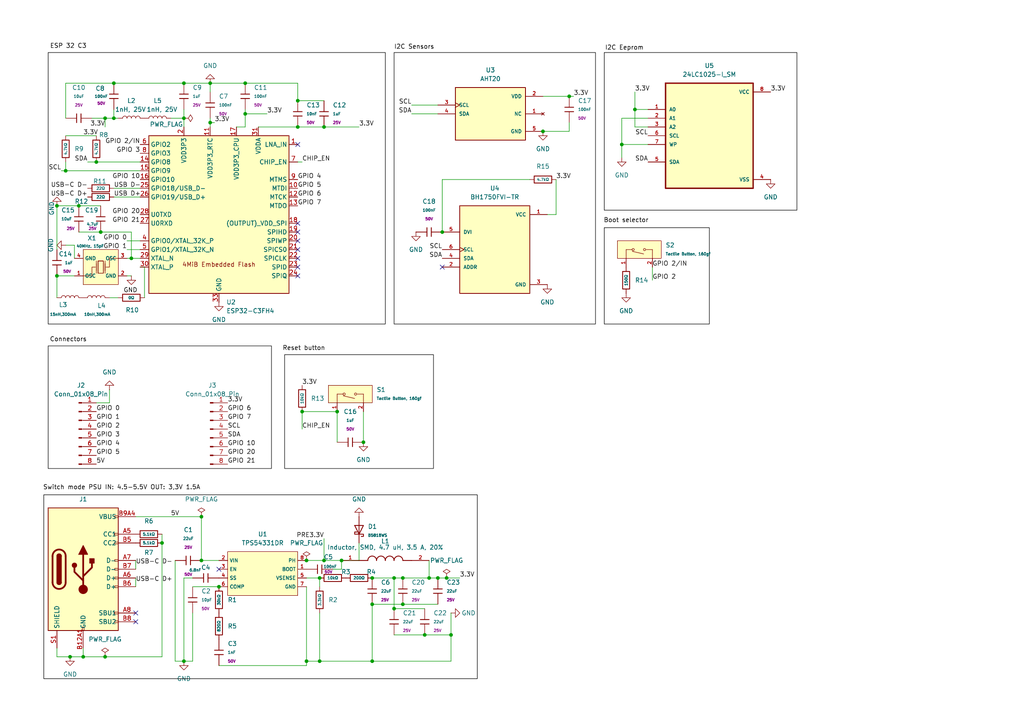
<source format=kicad_sch>
(kicad_sch (version 20250114) (generator "eeschema") (generator_version "9.0")
  (paper "A4")
  (title_block (title "ESP32 clone with I2C humidity, light sensor and eeprom") (date "2026-01-01") (rev "V1") (company "Made by Adam Langeveld") (comment 1 "Based around ESP32-C3FH4 microcontroller") (comment 2 "USB-C power and data"))
  (rectangle (start 175.26 66.04) (end 205.74 93.98) (stroke (width 0) (color 0 0 0 1)))
  (rectangle (start 82.55 102.87) (end 125.73 135.89) (stroke (width 0) (color 0 0 0 1)))
  (rectangle (start 114.3 15.24) (end 172.72 93.98) (stroke (width 0) (color 0 0 0 1)))
  (rectangle (start 13.97 100.33) (end 78.74 135.89) (stroke (width 0) (color 0 0 0 1)))
  (rectangle (start 175.26 15.24) (end 231.14 60.96) (stroke (width 0) (color 0 0 0 1)))
  (rectangle (start 13.97 15.24) (end 111.76 93.98) (stroke (width 0) (color 0 0 0 1)))
  (rectangle (start 12.7 143.51) (end 138.43 196.85) (stroke (width 0) (color 0 0 0 1)))
  (text "Switch mode PSU IN: 4.5-5.5V OUT: 3,3V 1.5A" (at 35.306 141.478 0) (effects (font (size 1.27 1.27))))
  (text "I2C Eeprom\n" (at 181.102 13.97 0) (effects (font (size 1.27 1.27))))
  (text "I2C Sensors\n" (at 120.142 13.716 0) (effects (font (size 1.27 1.27))))
  (text "Reset button\n" (at 88.138 101.092 0) (effects (font (size 1.27 1.27))))
  (text "GND" (at 37.846 84.328 0) (effects (font (size 1.27 1.27))))
  (text "ESP 32 C3" (at 19.812 13.462 0) (effects (font (size 1.27 1.27))))
  (text "Boot selector\n" (at 181.61 64.008 0) (effects (font (size 1.27 1.27))))
  (text "Connectors\n" (at 19.812 98.552 0) (effects (font (size 1.27 1.27))))
  (junction (at 123.19 184.15))
  (junction (at 157.48 38.1))
  (junction (at 16.51 80.01))
  (junction (at 86.36 29.21))
  (junction (at 116.84 175.26))
  (junction (at 128.27 67.31))
  (junction (at 130.81 184.15))
  (junction (at 16.51 59.69))
  (junction (at 129.54 167.64))
  (junction (at 63.5 170.18))
  (junction (at 24.13 190.5))
  (junction (at 86.36 36.83))
  (junction (at 87.63 119.38))
  (junction (at 105.41 128.27))
  (junction (at 19.05 49.53))
  (junction (at 107.95 167.64))
  (junction (at 107.95 175.26))
  (junction (at 165.1 27.94))
  (junction (at 97.79 119.38))
  (junction (at 20.32 190.5))
  (junction (at 58.42 162.56))
  (junction (at 99.06 162.56))
  (junction (at 22.86 59.69))
  (junction (at 33.02 34.29))
  (junction (at 93.98 36.83))
  (junction (at 107.95 191.77))
  (junction (at 88.9 191.77))
  (junction (at 60.96 35.56))
  (junction (at 30.48 34.29))
  (junction (at 58.42 149.86))
  (junction (at 127 167.64))
  (junction (at 180.34 41.91))
  (junction (at 38.1 74.93))
  (junction (at 124.46 167.64))
  (junction (at 114.3 176.53))
  (junction (at 93.98 162.56))
  (junction (at 88.9 162.56))
  (junction (at 53.34 191.77))
  (junction (at 46.99 157.48))
  (junction (at 30.48 190.5))
  (junction (at 92.71 191.77))
  (junction (at 114.3 167.64))
  (junction (at 53.34 34.29))
  (junction (at 71.12 24.13))
  (junction (at 27.94 46.99))
  (junction (at 53.34 24.13))
  (junction (at 184.15 31.75))
  (junction (at 116.84 167.64))
  (junction (at 71.12 33.02))
  (junction (at 29.21 67.31))
  (junction (at 33.02 24.13))
  (junction (at 92.71 167.64))
  (junction (at 60.96 24.13))
  (no_connect (at 86.36 64.77))
  (no_connect (at 39.37 177.8))
  (no_connect (at 63.5 165.1))
  (no_connect (at 86.36 74.93))
  (no_connect (at 86.36 72.39))
  (no_connect (at 86.36 67.31))
  (no_connect (at 86.36 80.01))
  (no_connect (at 86.36 69.85))
  (no_connect (at 86.36 77.47))
  (no_connect (at 39.37 180.34))
  (no_connect (at 86.36 41.91))
  (no_connect (at 128.27 77.47))
  (wire (pts (xy 107.95 191.77) (xy 130.81 191.77)))
  (wire (pts (xy 24.13 190.5) (xy 24.13 187.96)))
  (wire (pts (xy 63.5 162.56) (xy 58.42 162.56)))
  (wire (pts (xy 27.94 46.99) (xy 40.64 46.99)))
  (wire (pts (xy 29.21 67.31) (xy 22.86 67.31)))
  (wire (pts (xy 180.34 45.72) (xy 180.34 41.91)))
  (wire (pts (xy 74.93 36.83) (xy 86.36 36.83)))
  (wire (pts (xy 107.95 167.64) (xy 114.3 167.64)))
  (wire (pts (xy 33.02 54.61) (xy 40.64 54.61)))
  (wire (pts (xy 36.83 74.93) (xy 38.1 74.93)))
  (wire (pts (xy 63.5 193.04) (xy 88.9 193.04)))
  (wire (pts (xy 119.38 33.02) (xy 127 33.02)))
  (wire (pts (xy 119.38 30.48) (xy 127 30.48)))
  (wire (pts (xy 130.81 184.15) (xy 130.81 191.77)))
  (wire (pts (xy 71.12 33.02) (xy 77.47 33.02)))
  (wire (pts (xy 123.19 184.15) (xy 130.81 184.15)))
  (wire (pts (xy 55.88 177.8) (xy 55.88 191.77)))
  (wire (pts (xy 92.71 191.77) (xy 107.95 191.77)))
  (wire (pts (xy 114.3 184.15) (xy 123.19 184.15)))
  (wire (pts (xy 25.4 46.99) (xy 27.94 46.99)))
  (wire (pts (xy 92.71 177.8) (xy 92.71 191.77)))
  (wire (pts (xy 71.12 36.83) (xy 68.58 36.83)))
  (wire (pts (xy 46.99 190.5) (xy 30.48 190.5)))
  (wire (pts (xy 60.96 35.56) (xy 62.23 35.56)))
  (wire (pts (xy 180.34 34.29) (xy 180.34 41.91)))
  (wire (pts (xy 158.75 62.23) (xy 161.29 62.23)))
  (wire (pts (xy 180.34 41.91) (xy 187.96 41.91)))
  (wire (pts (xy 104.14 162.56) (xy 99.06 162.56)))
  (wire (pts (xy 161.29 62.23) (xy 161.29 52.07)))
  (wire (pts (xy 107.95 175.26) (xy 116.84 175.26)))
  (wire (pts (xy 99.06 165.1) (xy 99.06 162.56)))
  (wire (pts (xy 53.34 191.77) (xy 55.88 191.77)))
  (wire (pts (xy 93.98 36.83) (xy 104.14 36.83)))
  (wire (pts (xy 17.78 49.53) (xy 19.05 49.53)))
  (wire (pts (xy 53.34 167.64) (xy 55.88 167.64)))
  (wire (pts (xy 60.96 24.13) (xy 71.12 24.13)))
  (wire (pts (xy 36.83 69.85) (xy 40.64 69.85)))
  (wire (pts (xy 187.96 31.75) (xy 184.15 31.75)))
  (wire (pts (xy 27.94 116.84) (xy 31.75 116.84)))
  (wire (pts (xy 53.34 34.29) (xy 53.34 36.83)))
  (wire (pts (xy 86.36 46.99) (xy 87.63 46.99)))
  (wire (pts (xy 38.1 74.93) (xy 40.64 74.93)))
  (wire (pts (xy 19.05 39.37) (xy 27.94 39.37)))
  (wire (pts (xy 19.05 24.13) (xy 33.02 24.13)))
  (wire (pts (xy 104.14 157.48) (xy 104.14 162.56)))
  (wire (pts (xy 86.36 29.21) (xy 86.36 24.13)))
  (wire (pts (xy 187.96 34.29) (xy 180.34 34.29)))
  (wire (pts (xy 26.67 34.29) (xy 30.48 34.29)))
  (wire (pts (xy 41.91 77.47) (xy 40.64 77.47)))
  (wire (pts (xy 88.9 170.18) (xy 88.9 191.77)))
  (wire (pts (xy 22.86 59.69) (xy 29.21 59.69)))
  (wire (pts (xy 93.98 156.21) (xy 93.98 162.56)))
  (wire (pts (xy 53.34 31.75) (xy 53.34 34.29)))
  (wire (pts (xy 114.3 176.53) (xy 123.19 176.53)))
  (wire (pts (xy 38.1 67.31) (xy 38.1 74.93)))
  (wire (pts (xy 19.05 34.29) (xy 19.05 24.13)))
  (wire (pts (xy 99.06 162.56) (xy 93.98 162.56)))
  (wire (pts (xy 127 167.64) (xy 129.54 167.64)))
  (wire (pts (xy 46.99 157.48) (xy 46.99 190.5)))
  (wire (pts (xy 16.51 190.5) (xy 20.32 190.5)))
  (wire (pts (xy 16.51 80.01) (xy 21.59 80.01)))
  (wire (pts (xy 46.99 154.94) (xy 46.99 157.48)))
  (wire (pts (xy 128.27 52.07) (xy 128.27 67.31)))
  (wire (pts (xy 124.46 162.56) (xy 124.46 167.64)))
  (wire (pts (xy 105.41 128.27) (xy 105.41 119.38)))
  (wire (pts (xy 39.37 162.56) (xy 39.37 165.1)))
  (wire (pts (xy 50.8 191.77) (xy 53.34 191.77)))
  (wire (pts (xy 97.79 119.38) (xy 87.63 119.38)))
  (wire (pts (xy 39.37 149.86) (xy 58.42 149.86)))
  (wire (pts (xy 124.46 167.64) (xy 127 167.64)))
  (wire (pts (xy 53.34 167.64) (xy 53.34 191.77)))
  (wire (pts (xy 116.84 167.64) (xy 124.46 167.64)))
  (wire (pts (xy 60.96 24.13) (xy 60.96 26.67)))
  (wire (pts (xy 33.02 34.29) (xy 34.29 34.29)))
  (wire (pts (xy 189.23 77.47) (xy 189.23 81.28)))
  (wire (pts (xy 71.12 33.02) (xy 71.12 36.83)))
  (wire (pts (xy 55.88 170.18) (xy 63.5 170.18)))
  (wire (pts (xy 114.3 167.64) (xy 116.84 167.64)))
  (wire (pts (xy 96.52 165.1) (xy 99.06 165.1)))
  (wire (pts (xy 107.95 175.26) (xy 107.95 191.77)))
  (wire (pts (xy 129.54 167.64) (xy 133.35 167.64)))
  (wire (pts (xy 116.84 175.26) (xy 127 175.26)))
  (wire (pts (xy 19.05 71.12) (xy 21.59 71.12)))
  (wire (pts (xy 31.75 86.36) (xy 34.29 86.36)))
  (wire (pts (xy 187.96 36.83) (xy 184.15 36.83)))
  (wire (pts (xy 33.02 57.15) (xy 40.64 57.15)))
  (wire (pts (xy 16.51 80.01) (xy 16.51 86.36)))
  (wire (pts (xy 21.59 71.12) (xy 21.59 74.93)))
  (wire (pts (xy 88.9 193.04) (xy 88.9 191.77)))
  (wire (pts (xy 92.71 167.64) (xy 92.71 170.18)))
  (wire (pts (xy 20.32 190.5) (xy 24.13 190.5)))
  (wire (pts (xy 86.36 36.83) (xy 93.98 36.83)))
  (wire (pts (xy 86.36 29.21) (xy 93.98 29.21)))
  (wire (pts (xy 128.27 52.07) (xy 153.67 52.07)))
  (wire (pts (xy 39.37 167.64) (xy 39.37 170.18)))
  (wire (pts (xy 30.48 34.29) (xy 33.02 34.29)))
  (wire (pts (xy 130.81 177.8) (xy 130.81 184.15)))
  (wire (pts (xy 16.51 59.69) (xy 22.86 59.69)))
  (wire (pts (xy 88.9 167.64) (xy 92.71 167.64)))
  (wire (pts (xy 41.91 86.36) (xy 41.91 77.47)))
  (wire (pts (xy 71.12 31.75) (xy 71.12 33.02)))
  (wire (pts (xy 16.51 190.5) (xy 16.51 187.96)))
  (wire (pts (xy 36.83 72.39) (xy 40.64 72.39)))
  (wire (pts (xy 165.1 27.94) (xy 166.37 27.94)))
  (wire (pts (xy 40.64 49.53) (xy 19.05 49.53)))
  (wire (pts (xy 97.79 119.38) (xy 97.79 128.27)))
  (wire (pts (xy 93.98 162.56) (xy 88.9 162.56)))
  (wire (pts (xy 29.21 67.31) (xy 38.1 67.31)))
  (wire (pts (xy 58.42 149.86) (xy 58.42 162.56)))
  (wire (pts (xy 33.02 31.75) (xy 33.02 34.29)))
  (wire (pts (xy 31.75 116.84) (xy 31.75 113.03)))
  (wire (pts (xy 87.63 119.38) (xy 87.63 124.46)))
  (wire (pts (xy 33.02 24.13) (xy 53.34 24.13)))
  (wire (pts (xy 30.48 34.29) (xy 30.48 36.83)))
  (wire (pts (xy 60.96 34.29) (xy 60.96 35.56)))
  (wire (pts (xy 165.1 38.1) (xy 157.48 38.1)))
  (wire (pts (xy 53.34 24.13) (xy 60.96 24.13)))
  (wire (pts (xy 184.15 31.75) (xy 184.15 26.67)))
  (wire (pts (xy 184.15 36.83) (xy 184.15 31.75)))
  (wire (pts (xy 49.53 34.29) (xy 53.34 34.29)))
  (wire (pts (xy 165.1 35.56) (xy 165.1 38.1)))
  (wire (pts (xy 30.48 190.5) (xy 24.13 190.5)))
  (wire (pts (xy 60.96 35.56) (xy 60.96 36.83)))
  (wire (pts (xy 71.12 24.13) (xy 86.36 24.13)))
  (wire (pts (xy 157.48 27.94) (xy 165.1 27.94)))
  (wire (pts (xy 114.3 167.64) (xy 114.3 176.53)))
  (wire (pts (xy 50.8 162.56) (xy 50.8 191.77)))
  (wire (pts (xy 16.51 72.39) (xy 16.51 59.69)))
  (wire (pts (xy 19.05 49.53) (xy 19.05 46.99)))
  (wire (pts (xy 36.83 80.01) (xy 38.1 80.01)))
  (wire (pts (xy 88.9 191.77) (xy 92.71 191.77)))
  (label "3.3V" (at 184.15 26.67 0))
  (label "3.3V" (at 62.23 35.56 0))
  (label "GPIO 7" (at 86.36 59.69 0))
  (label "USB-C D-" (at 39.37 163.83 0))
  (label "GPIO 1" (at 36.83 72.39 180))
  (label "GPIO 4" (at 27.94 129.54 0))
  (label "USB D+" (at 33.02 57.15 0))
  (label "GPIO 10" (at 66.04 129.54 0))
  (label "GPIO 21" (at 66.04 134.62 0))
  (label "SDA" (at 187.96 46.99 180))
  (label "SDA" (at 66.04 127 0))
  (label "GPIO 20" (at 66.04 132.08 0))
  (label "3.3V" (at 223.52 26.67 0))
  (label "SDA" (at 128.27 74.93 180))
  (label "GPIO 20" (at 40.64 62.23 180))
  (label "3.3V" (at 30.48 36.83 180))
  (label "3.3V" (at 104.14 36.83 0))
  (label "SDA" (at 119.38 33.02 180))
  (label "USB-C D+" (at 39.37 168.91 0))
  (label "3.3V" (at 87.63 111.76 0))
  (label "GPIO 1" (at 27.94 121.92 0))
  (label "GPIO 3" (at 27.94 127 0))
  (label "SCL" (at 128.27 72.39 180))
  (label "CHIP_EN" (at 87.63 124.46 0))
  (label "GPIO 3" (at 40.64 44.45 180))
  (label "GPIO 7" (at 66.04 121.92 0))
  (label "USB-C D-" (at 25.4 54.61 180))
  (label "5V" (at 49.53 149.86 0))
  (label "GPIO 0" (at 36.83 69.85 180))
  (label "CHIP_EN" (at 87.63 46.99 0))
  (label "PRE3.3V" (at 93.98 156.21 180))
  (label "GPIO 5" (at 86.36 54.61 0))
  (label "3.3V" (at 133.35 167.64 0))
  (label "SDA" (at 25.4 46.99 180))
  (label "USB D-" (at 33.02 54.61 0))
  (label "GPIO 2{slash}IN" (at 189.23 77.47 0))
  (label "SCL" (at 187.96 39.37 180))
  (label "3.3V" (at 166.37 27.94 0))
  (label "SCL" (at 17.78 49.53 180))
  (label "GPIO 21" (at 40.64 64.77 180))
  (label "SCL" (at 66.04 124.46 0))
  (label "GPIO 0" (at 27.94 119.38 0))
  (label "3.3V" (at 24.13 39.37 0))
  (label "GPIO 5" (at 27.94 132.08 0))
  (label "USB-C D+" (at 25.4 57.15 180))
  (label "3.3V" (at 161.29 52.07 0))
  (label "GPIO 2" (at 189.23 81.28 0))
  (label "5V" (at 27.94 134.62 0))
  (label "GPIO 4" (at 86.36 52.07 0))
  (label "SCL" (at 119.38 30.48 180))
  (label "3.3V" (at 77.47 33.02 0))
  (label "GPIO 6" (at 86.36 57.15 0))
  (label "3.3V" (at 66.04 116.84 0))
  (label "GPIO 6" (at 66.04 119.38 0))
  (label "GPIO 10" (at 40.64 52.07 180))
  (label "GPIO 2" (at 27.94 124.46 0))
  (label "GPIO 2{slash}IN" (at 40.64 41.91 180))
  (symbol (lib_id "power:GND") (at 105.41 128.27 0) (unit 1)
    (property "Reference" "#PWR011" (effects (hide yes)))
    (property "Value" "GND" (at 105.41 133.35 0))
    (property "Description" "Power symbol creates a global label with name \"GND\" , ground" (effects (hide yes)))
  )
  (symbol (lib_id "PCM_JLCPCB-Capacitors:0603,10uF,(2)") (at 22.86 63.5 0) (unit 1)
    (property "Reference" "C15" (at 17.78 60.96 0) (effects (justify left)))
    (property "Value" "10uF" (at 17.78 63.5 0) (effects (font (size 0.8 0.8)) (justify left)))
    (property "Footprint" "PCM_JLCPCB:C_0603" (effects (hide yes)))
    (property "Datasheet" "https://www.lcsc.com/datasheet/lcsc_datasheet_2304140030_Samsung-Electro-Mechanics-CL10A106MA8NRNC_C96446.pdf" (effects (hide yes)))
    (property "Description" "25V 10uF X5R ±20% 0603 Multilayer Ceramic Capacitors MLCC - SMD/SMT ROHS" (effects (hide yes)))
    (property "LCSC" "C96446" (effects (hide yes)))
    (property "Stock" "3388297" (effects (hide yes)))
    (property "Price" "0.021USD" (effects (hide yes)))
    (property "Process" "SMT" (effects (hide yes)))
    (property "Minimum Qty" "20" (effects (hide yes)))
    (property "Attrition Qty" "8" (effects (hide yes)))
    (property "Class" "Basic Component" (effects (hide yes)))
    (property "Category" "Capacitors,Multilayer Ceramic Capacitors MLCC - SMD/SMT" (effects (hide yes)))
    (property "Manufacturer" "Samsung Electro-Mechanics" (effects (hide yes)))
    (property "Part" "CL10A106MA8NRNC" (effects (hide yes)))
    (property "Voltage Rated" "25V" (at 19.304 66.294 0) (effects (font (size 0.8 0.8)) (justify left)))
    (property "Tolerance" "±20%" (effects (hide yes)))
    (property "Capacitance" "10uF" (effects (hide yes)))
    (property "Temperature Coefficient" "X5R" (effects (hide yes)))
  )
  (symbol (lib_id "PCM_JLCPCB-Capacitors:0603,1uF") (at 16.51 76.2 0) (unit 1)
    (property "Reference" "C14" (at 17.018 73.66 0) (effects (justify left)))
    (property "Value" "1uF" (at 18.796 76.2 0) (effects (font (size 0.8 0.8)) (justify left)))
    (property "Footprint" "PCM_JLCPCB:C_0603" (effects (hide yes)))
    (property "Datasheet" "https://www.lcsc.com/datasheet/lcsc_datasheet_2304140030_Samsung-Electro-Mechanics-CL10A105KB8NNNC_C15849.pdf" (effects (hide yes)))
    (property "Description" "50V 1uF X5R ±10% 0603 Multilayer Ceramic Capacitors MLCC - SMD/SMT ROHS" (effects (hide yes)))
    (property "LCSC" "C15849" (effects (hide yes)))
    (property "Stock" "11535980" (effects (hide yes)))
    (property "Price" "0.008USD" (effects (hide yes)))
    (property "Process" "SMT" (effects (hide yes)))
    (property "Minimum Qty" "20" (effects (hide yes)))
    (property "Attrition Qty" "10" (effects (hide yes)))
    (property "Class" "Basic Component" (effects (hide yes)))
    (property "Category" "Capacitors,Multilayer Ceramic Capacitors MLCC - SMD/SMT" (effects (hide yes)))
    (property "Manufacturer" "Samsung Electro-Mechanics" (effects (hide yes)))
    (property "Part" "CL10A105KB8NNNC" (effects (hide yes)))
    (property "Voltage Rated" "50V" (at 18.288 78.74 0) (effects (font (size 0.8 0.8)) (justify left)))
    (property "Tolerance" "±10%" (effects (hide yes)))
    (property "Capacitance" "1uF" (effects (hide yes)))
    (property "Temperature Coefficient" "X5R" (effects (hide yes)))
  )
  (symbol (lib_id "power:GND") (at 158.75 82.55 0) (unit 1)
    (property "Reference" "#PWR013" (effects (hide yes)))
    (property "Value" "GND" (at 158.75 87.63 0))
    (property "Description" "Power symbol creates a global label with name \"GND\" , ground" (effects (hide yes)))
  )
  (symbol (lib_id "PCM_JLCPCB-Resistors:0805,4.7kΩ") (at 27.94 43.18 180) (unit 1)
    (property "Reference" "R8" (at 28.702 39.116 0) (effects (justify right)))
    (property "Value" "4.7kΩ" (at 27.94 43.18 90) (effects (font (size 0.8 0.8))))
    (property "Footprint" "PCM_JLCPCB:R_0805" (effects (hide yes)))
    (property "Datasheet" "https://www.lcsc.com/datasheet/lcsc_datasheet_2206010200_UNI-ROYAL-Uniroyal-Elec-0805W8F4701T5E_C17673.pdf" (effects (hide yes)))
    (property "Description" "125mW Thick Film Resistors 150V ±100ppm/°C ±1% 4.7kΩ 0805 Chip Resistor - Surface Mount ROHS" (effects (hide yes)))
    (property "LCSC" "C17673" (effects (hide yes)))
    (property "Stock" "4733934" (effects (hide yes)))
    (property "Price" "0.005USD" (effects (hide yes)))
    (property "Process" "SMT" (effects (hide yes)))
    (property "Minimum Qty" "20" (effects (hide yes)))
    (property "Attrition Qty" "6" (effects (hide yes)))
    (property "Class" "Basic Component" (effects (hide yes)))
    (property "Category" "Resistors,Chip Resistor - Surface Mount" (effects (hide yes)))
    (property "Manufacturer" "UNI-ROYAL(Uniroyal Elec)" (effects (hide yes)))
    (property "Part" "0805W8F4701T5E" (effects (hide yes)))
    (property "Resistance" "4.7kΩ" (effects (hide yes)))
    (property "Power(Watts)" "125mW" (effects (hide yes)))
    (property "Type" "Thick Film Resistors" (effects (hide yes)))
    (property "Overload Voltage (Max)" "150V" (effects (hide yes)))
    (property "Operating Temperature Range" "-55°C~+155°C" (effects (hide yes)))
    (property "Tolerance" "±1%" (effects (hide yes)))
    (property "Temperature Coefficient" "±100ppm/°C" (effects (hide yes)))
  )
  (symbol (lib_id "PCM_JLCPCB-Extended:Crystal, 40MHz, 15pF") (at 29.21 77.47 0) (unit 1)
    (property "Reference" "X1" (at 26.67 69.088 0))
    (property "Value" "40MHz, 15pF" (at 26.162 71.374 0) (effects (font (size 0.8 0.8))))
    (property "Footprint" "PCM_JLCPCB:OSC-SMD_4P-L3.2-W2.5-BL_SIT8008BI" (effects (hide yes)))
    (property "Datasheet" "https://www.lcsc.com/datasheet/lcsc_datasheet_2403291504_YXC-Crystal-Oscillators-X322540MPB4SI_C9010.pdf" (effects (hide yes)))
    (property "Description" "40MHz Surface Mount Crystal 15pF ±10ppm ±20ppm SMD3225-4P Crystals ROHS" (effects (hide yes)))
    (property "LCSC" "C9010" (effects (hide yes)))
    (property "PartID" "X322540MPB4SI" (effects (hide yes)))
  )
  (symbol (lib_id "power:PWR_FLAG") (at 58.42 149.86 0) (unit 1)
    (property "Reference" "#FLG01" (effects (hide yes)))
    (property "Value" "PWR_FLAG" (at 58.42 144.78 0))
    (property "Description" "Special symbol for telling ERC where power comes from" (effects (hide yes)))
  )
  (symbol (lib_id "PCM_JLCPCB-Capacitors:0805,22uF") (at 123.19 180.34 0) (unit 1)
    (property "Reference" "C22" (at 125.73 177.7999 0) (effects (justify left)))
    (property "Value" "22uF" (at 125.73 180.34 0) (effects (font (size 0.8 0.8)) (justify left)))
    (property "Footprint" "PCM_JLCPCB:C_0805" (effects (hide yes)))
    (property "Datasheet" "https://www.lcsc.com/datasheet/lcsc_datasheet_2304140030_Samsung-Electro-Mechanics-CL21A226MAQNNNE_C45783.pdf" (effects (hide yes)))
    (property "Description" "25V 22uF X5R ±20% 0805 Multilayer Ceramic Capacitors MLCC - SMD/SMT ROHS" (effects (hide yes)))
    (property "LCSC" "C45783" (effects (hide yes)))
    (property "Stock" "6479946" (effects (hide yes)))
    (property "Price" "0.027USD" (effects (hide yes)))
    (property "Process" "SMT" (effects (hide yes)))
    (property "Minimum Qty" "20" (effects (hide yes)))
    (property "Attrition Qty" "8" (effects (hide yes)))
    (property "Class" "Basic Component" (effects (hide yes)))
    (property "Category" "Capacitors,Multilayer Ceramic Capacitors MLCC - SMD/SMT" (effects (hide yes)))
    (property "Manufacturer" "Samsung Electro-Mechanics" (effects (hide yes)))
    (property "Part" "CL21A226MAQNNNE" (effects (hide yes)))
    (property "Voltage Rated" "25V" (at 125.73 182.88 0) (effects (font (size 0.8 0.8)) (justify left)))
    (property "Tolerance" "±20%" (effects (hide yes)))
    (property "Capacitance" "22uF" (effects (hide yes)))
    (property "Temperature Coefficient" "X5R" (effects (hide yes)))
  )
  (symbol (lib_id "PCM_JLCPCB-Capacitors:0402,10nF") (at 86.36 33.02 0) (unit 1)
    (property "Reference" "C13" (at 88.9 30.4799 0) (effects (justify left)))
    (property "Value" "10nF" (at 88.9 33.02 0) (effects (font (size 0.8 0.8)) (justify left)))
    (property "Footprint" "PCM_JLCPCB:C_0402" (effects (hide yes)))
    (property "Datasheet" "https://www.lcsc.com/datasheet/lcsc_datasheet_2304140030_Samsung-Electro-Mechanics-CL05B103KB5NNNC_C15195.pdf" (effects (hide yes)))
    (property "Description" "50V 10nF X7R ±10% 0402 Multilayer Ceramic Capacitors MLCC - SMD/SMT ROHS" (effects (hide yes)))
    (property "LCSC" "C15195" (effects (hide yes)))
    (property "Stock" "4779042" (effects (hide yes)))
    (property "Price" "0.005USD" (effects (hide yes)))
    (property "Process" "SMT" (effects (hide yes)))
    (property "Minimum Qty" "20" (effects (hide yes)))
    (property "Attrition Qty" "10" (effects (hide yes)))
    (property "Class" "Basic Component" (effects (hide yes)))
    (property "Category" "Capacitors,Multilayer Ceramic Capacitors MLCC - SMD/SMT" (effects (hide yes)))
    (property "Manufacturer" "Samsung Electro-Mechanics" (effects (hide yes)))
    (property "Part" "CL05B103KB5NNNC" (effects (hide yes)))
    (property "Voltage Rated" "50V" (at 88.9 35.56 0) (effects (font (size 0.8 0.8)) (justify left)))
    (property "Tolerance" "±10%" (effects (hide yes)))
    (property "Capacitance" "10nF" (effects (hide yes)))
    (property "Temperature Coefficient" "X7R" (effects (hide yes)))
  )
  (symbol (lib_id "Connector:Conn_01x08_Pin") (at 22.86 124.46 0) (unit 1)
    (property "Reference" "J2" (at 23.495 111.76 0))
    (property "Value" "Conn_01x08_Pin" (at 23.495 114.3 0))
    (property "Footprint" "Connector_PinHeader_2.54mm:PinHeader_1x08_P2.54mm_Vertical" (effects (hide yes)))
    (property "Datasheet" "https://jlcpcb.com/partdetail/CST-CS_1109_1X8_L11_5PA6T/C18213722" (effects (hide yes)))
    (property "Description" "Generic connector, single row, 01x08, script generated" (effects (hide yes)))
    (property "LCSC" "C18213722" (effects (hide yes)))
  )
  (symbol (lib_id "BH1750FVI-TR:BH1750FVI-TR") (at 143.51 72.39 0) (unit 1)
    (property "Reference" "U4" (at 143.51 54.61 0))
    (property "Value" "BH1750FVI-TR" (at 143.51 57.15 0))
    (property "Footprint" "BH1750FVI-TR:XDCR_BH1750FVI-TR" (effects (hide yes)))
    (property "Datasheet" "https://jlcpcb.com/partdetail/ROHMSemicon-BH1750FVITR/C78960" (effects (hide yes)))
    (property "MF" "ROHM Semiconductor" (effects (hide yes)))
    (property "MAXIMUM_PACKAGE_HEIGHT" "0.75mm" (effects (hide yes)))
    (property "Package" "SMD-6 ROHM Semiconductor" (effects (hide yes)))
    (property "Price" "None" (effects (hide yes)))
    (property "Check_prices" "https://www.snapeda.com/parts/BH1750FVI-TR/Rohm/view-part/?ref=eda" (effects (hide yes)))
    (property "STANDARD" "Manufacturer recommendations" (effects (hide yes)))
    (property "PARTREV" "D" (effects (hide yes)))
    (property "SnapEDA_Link" "https://www.snapeda.com/parts/BH1750FVI-TR/Rohm/view-part/?ref=snap" (effects (hide yes)))
    (property "MP" "BH1750FVI-TR" (effects (hide yes)))
    (property "Purchase-URL" "https://www.snapeda.com/api/url_track_click_mouser/?unipart_id=4817437&manufacturer=ROHM Semiconductor&part_name=BH1750FVI-TR&search_term=bh1750" (effects (hide yes)))
    (property "Description_1" "Light to Digital Ambient Light Sensor Digital 3V 6-Pin WSOF T/R" (effects (hide yes)))
    (property "Availability" "In Stock" (effects (hide yes)))
    (property "MANUFACTURER" "Rohm" (effects (hide yes)))
    (property "LCSC" "C78960" (effects (hide yes)))
  )
  (symbol (lib_id "PCM_JLCPCB-Connectors_Buttons:Tactile Button, 160gf, 12V, 50mA, 4.0mm") (at 100.33 114.3 90) (unit 1)
    (property "Reference" "S1" (at 109.22 113.0299 90) (effects (justify right)))
    (property "Value" "Tactile Button, 160gf" (at 109.22 115.57 90) (effects (font (size 0.8 0.8)) (justify right)))
    (property "Footprint" "PCM_JLCPCB:SW_TS-1088-AR02016" (effects (hide yes)))
    (property "Datasheet" "https://www.lcsc.com/datasheet/lcsc_datasheet_2304140030_XUNPU-TS-1088-AR02016_C720477.pdf" (effects (hide yes)))
    (property "Description" "Without 50mA 4mm 100MΩ 100000 Times 12V 160gf 3mm 2mm Round Button Standing paste SPST SMD Tactile Switches ROHS" (effects (hide yes)))
    (property "LCSC" "C720477" (effects (hide yes)))
    (property "Stock" "346801" (effects (hide yes)))
    (property "Price" "0.044USD" (effects (hide yes)))
    (property "Process" "SMT" (effects (hide yes)))
    (property "Minimum Qty" "5" (effects (hide yes)))
    (property "Attrition Qty" "4" (effects (hide yes)))
    (property "Class" "Basic Component" (effects (hide yes)))
    (property "Category" "Switches,Tactile Switches" (effects (hide yes)))
    (property "Manufacturer" "XUNPU" (effects (hide yes)))
    (property "Part" "TS-1088-AR02016" (effects (hide yes)))
    (property "Switch Length" "4mm" (effects (hide yes)))
    (property "Voltage Rating (Dc)" "12V" (effects (hide yes)))
    (property "With Lamp" "No" (effects (hide yes)))
    (property "Operating Force" "160gf@±50gf" (effects (hide yes)))
    (property "Actuator/Cap Color" "Black" (effects (hide yes)))
    (property "Mechanical Life" "100000 Times" (effects (hide yes)))
    (property "Strike Gundam" "NO" (effects (hide yes)))
    (property "Circuit" "SPST" (effects (hide yes)))
    (property "Switch Height" "2mm" (effects (hide yes)))
    (property "Actuator Style" "Round Button" (effects (hide yes)))
    (property "Switch Width" "3mm" (effects (hide yes)))
    (property "Contact Current" "50mA" (effects (hide yes)))
    (property "Operating Temperature" "-30°C~+80°C" (effects (hide yes)))
    (property "Mounting Style" "Brick nogging" (effects (hide yes)))
    (property "Insulation Resistance" "100MΩ" (effects (hide yes)))
    (property "Pin Style" "SMDSplicing" (effects (hide yes)))
  )
  (symbol (lib_id "PCM_JLCPCB-Resistors:0805,4.7kΩ") (at 157.48 52.07 90) (unit 1)
    (property "Reference" "R15" (at 157.48 48.26 90))
    (property "Value" "4.7kΩ" (at 157.48 52.07 90) (effects (font (size 0.8 0.8))))
    (property "Footprint" "PCM_JLCPCB:R_0805" (effects (hide yes)))
    (property "Datasheet" "https://www.lcsc.com/datasheet/lcsc_datasheet_2206010200_UNI-ROYAL-Uniroyal-Elec-0805W8F4701T5E_C17673.pdf" (effects (hide yes)))
    (property "Description" "125mW Thick Film Resistors 150V ±100ppm/°C ±1% 4.7kΩ 0805 Chip Resistor - Surface Mount ROHS" (effects (hide yes)))
    (property "LCSC" "C17673" (effects (hide yes)))
    (property "Stock" "4733934" (effects (hide yes)))
    (property "Price" "0.005USD" (effects (hide yes)))
    (property "Process" "SMT" (effects (hide yes)))
    (property "Minimum Qty" "20" (effects (hide yes)))
    (property "Attrition Qty" "6" (effects (hide yes)))
    (property "Class" "Basic Component" (effects (hide yes)))
    (property "Category" "Resistors,Chip Resistor - Surface Mount" (effects (hide yes)))
    (property "Manufacturer" "UNI-ROYAL(Uniroyal Elec)" (effects (hide yes)))
    (property "Part" "0805W8F4701T5E" (effects (hide yes)))
    (property "Resistance" "4.7kΩ" (effects (hide yes)))
    (property "Power(Watts)" "125mW" (effects (hide yes)))
    (property "Type" "Thick Film Resistors" (effects (hide yes)))
    (property "Overload Voltage (Max)" "150V" (effects (hide yes)))
    (property "Operating Temperature Range" "-55°C~+155°C" (effects (hide yes)))
    (property "Tolerance" "±1%" (effects (hide yes)))
    (property "Temperature Coefficient" "±100ppm/°C" (effects (hide yes)))
  )
  (symbol (lib_id "PCM_JLCPCB-Capacitors:0402,1nF") (at 63.5 189.23 180) (unit 1)
    (property "Reference" "C3" (at 66.04 186.6899 0) (effects (justify right)))
    (property "Value" "1nF" (at 66.04 189.23 0) (effects (font (size 0.8 0.8)) (justify right)))
    (property "Footprint" "PCM_JLCPCB:C_0402" (effects (hide yes)))
    (property "Datasheet" "https://www.lcsc.com/datasheet/lcsc_datasheet_2304140030_FH--Guangdong-Fenghua-Advanced-Tech-0402B102K500NT_C1523.pdf" (effects (hide yes)))
    (property "Description" "50V 1nF X7R ±10% 0402 Multilayer Ceramic Capacitors MLCC - SMD/SMT ROHS" (effects (hide yes)))
    (property "LCSC" "C1523" (effects (hide yes)))
    (property "Stock" "4702397" (effects (hide yes)))
    (property "Price" "0.004USD" (effects (hide yes)))
    (property "Process" "SMT" (effects (hide yes)))
    (property "Minimum Qty" "20" (effects (hide yes)))
    (property "Attrition Qty" "10" (effects (hide yes)))
    (property "Class" "Basic Component" (effects (hide yes)))
    (property "Category" "Capacitors,Multilayer Ceramic Capacitors MLCC - SMD/SMT" (effects (hide yes)))
    (property "Manufacturer" "FH(Guangdong Fenghua Advanced Tech)" (effects (hide yes)))
    (property "Part" "0402B102K500NT" (effects (hide yes)))
    (property "Voltage Rated" "50V" (at 66.04 191.77 0) (effects (font (size 0.8 0.8)) (justify right)))
    (property "Tolerance" "±10%" (effects (hide yes)))
    (property "Capacitance" "1nF" (effects (hide yes)))
    (property "Temperature Coefficient" "X7R" (effects (hide yes)))
  )
  (symbol (lib_id "power:PWR_FLAG") (at 53.34 34.29 270) (unit 1)
    (property "Reference" "#FLG03" (effects (hide yes)))
    (property "Value" "PWR_FLAG" (at 43.434 36.068 90) (effects (justify left)))
    (property "Description" "Special symbol for telling ERC where power comes from" (effects (hide yes)))
  )
  (symbol (lib_id "PCM_JLCPCB-Capacitors:0603,100nF") (at 124.46 67.31 90) (unit 1)
    (property "Reference" "C18" (at 124.46 58.42 90))
    (property "Value" "100nF" (at 124.46 60.96 90) (effects (font (size 0.8 0.8))))
    (property "Footprint" "PCM_JLCPCB:C_0603" (effects (hide yes)))
    (property "Datasheet" "https://www.lcsc.com/datasheet/lcsc_datasheet_2211101700_YAGEO-CC0603KRX7R9BB104_C14663.pdf" (effects (hide yes)))
    (property "Description" "50V 100nF X7R ±10% 0603 Multilayer Ceramic Capacitors MLCC - SMD/SMT ROHS" (effects (hide yes)))
    (property "LCSC" "C14663" (effects (hide yes)))
    (property "Stock" "70324515" (effects (hide yes)))
    (property "Price" "0.006USD" (effects (hide yes)))
    (property "Process" "SMT" (effects (hide yes)))
    (property "Minimum Qty" "20" (effects (hide yes)))
    (property "Attrition Qty" "10" (effects (hide yes)))
    (property "Class" "Basic Component" (effects (hide yes)))
    (property "Category" "Capacitors,Multilayer Ceramic Capacitors MLCC - SMD/SMT" (effects (hide yes)))
    (property "Manufacturer" "YAGEO" (effects (hide yes)))
    (property "Part" "CC0603KRX7R9BB104" (effects (hide yes)))
    (property "Voltage Rated" "50V" (at 124.46 63.5 90) (effects (font (size 0.8 0.8))))
    (property "Tolerance" "±10%" (effects (hide yes)))
    (property "Capacitance" "100nF" (effects (hide yes)))
    (property "Temperature Coefficient" "X7R" (effects (hide yes)))
  )
  (symbol (lib_id "PCM_JLCPCB-Connectors_Buttons:Tactile Button, 160gf, 12V, 50mA, 4.0mm") (at 184.15 72.39 90) (unit 1)
    (property "Reference" "S2" (at 193.04 71.1199 90) (effects (justify right)))
    (property "Value" "Tactile Button, 160gf" (at 193.04 73.66 90) (effects (font (size 0.8 0.8)) (justify right)))
    (property "Footprint" "PCM_JLCPCB:SW_TS-1088-AR02016" (effects (hide yes)))
    (property "Datasheet" "https://www.lcsc.com/datasheet/lcsc_datasheet_2304140030_XUNPU-TS-1088-AR02016_C720477.pdf" (effects (hide yes)))
    (property "Description" "Without 50mA 4mm 100MΩ 100000 Times 12V 160gf 3mm 2mm Round Button Standing paste SPST SMD Tactile Switches ROHS" (effects (hide yes)))
    (property "LCSC" "C720477" (effects (hide yes)))
    (property "Stock" "346801" (effects (hide yes)))
    (property "Price" "0.044USD" (effects (hide yes)))
    (property "Process" "SMT" (effects (hide yes)))
    (property "Minimum Qty" "5" (effects (hide yes)))
    (property "Attrition Qty" "4" (effects (hide yes)))
    (property "Class" "Basic Component" (effects (hide yes)))
    (property "Category" "Switches,Tactile Switches" (effects (hide yes)))
    (property "Manufacturer" "XUNPU" (effects (hide yes)))
    (property "Part" "TS-1088-AR02016" (effects (hide yes)))
    (property "Switch Length" "4mm" (effects (hide yes)))
    (property "Voltage Rating (Dc)" "12V" (effects (hide yes)))
    (property "With Lamp" "No" (effects (hide yes)))
    (property "Operating Force" "160gf@±50gf" (effects (hide yes)))
    (property "Actuator/Cap Color" "Black" (effects (hide yes)))
    (property "Mechanical Life" "100000 Times" (effects (hide yes)))
    (property "Strike Gundam" "NO" (effects (hide yes)))
    (property "Circuit" "SPST" (effects (hide yes)))
    (property "Switch Height" "2mm" (effects (hide yes)))
    (property "Actuator Style" "Round Button" (effects (hide yes)))
    (property "Switch Width" "3mm" (effects (hide yes)))
    (property "Contact Current" "50mA" (effects (hide yes)))
    (property "Operating Temperature" "-30°C~+80°C" (effects (hide yes)))
    (property "Mounting Style" "Brick nogging" (effects (hide yes)))
    (property "Insulation Resistance" "100MΩ" (effects (hide yes)))
    (property "Pin Style" "SMDSplicing" (effects (hide yes)))
  )
  (symbol (lib_id "power:GND") (at 19.05 71.12 270) (unit 1)
    (property "Reference" "#PWR08" (effects (hide yes)))
    (property "Value" "GND" (at 14.732 71.12 0))
    (property "Description" "Power symbol creates a global label with name \"GND\" , ground" (effects (hide yes)))
  )
  (symbol (lib_id "PCM_JLCPCB-Capacitors:0805,22uF") (at 127 171.45 0) (unit 1)
    (property "Reference" "C23" (at 129.54 168.9099 0) (effects (justify left)))
    (property "Value" "22uF" (at 129.54 171.45 0) (effects (font (size 0.8 0.8)) (justify left)))
    (property "Footprint" "PCM_JLCPCB:C_0805" (effects (hide yes)))
    (property "Datasheet" "https://www.lcsc.com/datasheet/lcsc_datasheet_2304140030_Samsung-Electro-Mechanics-CL21A226MAQNNNE_C45783.pdf" (effects (hide yes)))
    (property "Description" "25V 22uF X5R ±20% 0805 Multilayer Ceramic Capacitors MLCC - SMD/SMT ROHS" (effects (hide yes)))
    (property "LCSC" "C45783" (effects (hide yes)))
    (property "Stock" "6479946" (effects (hide yes)))
    (property "Price" "0.027USD" (effects (hide yes)))
    (property "Process" "SMT" (effects (hide yes)))
    (property "Minimum Qty" "20" (effects (hide yes)))
    (property "Attrition Qty" "8" (effects (hide yes)))
    (property "Class" "Basic Component" (effects (hide yes)))
    (property "Category" "Capacitors,Multilayer Ceramic Capacitors MLCC - SMD/SMT" (effects (hide yes)))
    (property "Manufacturer" "Samsung Electro-Mechanics" (effects (hide yes)))
    (property "Part" "CL21A226MAQNNNE" (effects (hide yes)))
    (property "Voltage Rated" "25V" (at 129.54 173.99 0) (effects (font (size 0.8 0.8)) (justify left)))
    (property "Tolerance" "±20%" (effects (hide yes)))
    (property "Capacitance" "22uF" (effects (hide yes)))
    (property "Temperature Coefficient" "X5R" (effects (hide yes)))
  )
  (symbol (lib_id "PCM_JLCPCB-Capacitors:0603,10uF,(2)") (at 22.86 34.29 90) (unit 1)
    (property "Reference" "C10" (at 22.86 25.4 90))
    (property "Value" "10uF" (at 22.86 27.94 90) (effects (font (size 0.8 0.8))))
    (property "Footprint" "PCM_JLCPCB:C_0603" (effects (hide yes)))
    (property "Datasheet" "https://www.lcsc.com/datasheet/lcsc_datasheet_2304140030_Samsung-Electro-Mechanics-CL10A106MA8NRNC_C96446.pdf" (effects (hide yes)))
    (property "Description" "25V 10uF X5R ±20% 0603 Multilayer Ceramic Capacitors MLCC - SMD/SMT ROHS" (effects (hide yes)))
    (property "LCSC" "C96446" (effects (hide yes)))
    (property "Stock" "3388297" (effects (hide yes)))
    (property "Price" "0.021USD" (effects (hide yes)))
    (property "Process" "SMT" (effects (hide yes)))
    (property "Minimum Qty" "20" (effects (hide yes)))
    (property "Attrition Qty" "8" (effects (hide yes)))
    (property "Class" "Basic Component" (effects (hide yes)))
    (property "Category" "Capacitors,Multilayer Ceramic Capacitors MLCC - SMD/SMT" (effects (hide yes)))
    (property "Manufacturer" "Samsung Electro-Mechanics" (effects (hide yes)))
    (property "Part" "CL10A106MA8NRNC" (effects (hide yes)))
    (property "Voltage Rated" "25V" (at 22.86 30.48 90) (effects (font (size 0.8 0.8))))
    (property "Tolerance" "±20%" (effects (hide yes)))
    (property "Capacitance" "10uF" (effects (hide yes)))
    (property "Temperature Coefficient" "X5R" (effects (hide yes)))
  )
  (symbol (lib_id "PCM_JLCPCB-Capacitors:0402,1uF") (at 93.98 33.02 180) (unit 1)
    (property "Reference" "C12" (at 96.52 30.4799 0) (effects (justify right)))
    (property "Value" "1uF" (at 96.52 33.02 0) (effects (font (size 0.8 0.8)) (justify right)))
    (property "Footprint" "PCM_JLCPCB:C_0402" (effects (hide yes)))
    (property "Datasheet" "https://www.lcsc.com/datasheet/lcsc_datasheet_2304140030_Samsung-Electro-Mechanics-CL05A105KA5NQNC_C52923.pdf" (effects (hide yes)))
    (property "Description" "25V 1uF X5R ±10% 0402 Multilayer Ceramic Capacitors MLCC - SMD/SMT ROHS" (effects (hide yes)))
    (property "LCSC" "C52923" (effects (hide yes)))
    (property "Stock" "7021828" (effects (hide yes)))
    (property "Price" "0.006USD" (effects (hide yes)))
    (property "Process" "SMT" (effects (hide yes)))
    (property "Minimum Qty" "20" (effects (hide yes)))
    (property "Attrition Qty" "10" (effects (hide yes)))
    (property "Class" "Basic Component" (effects (hide yes)))
    (property "Category" "Capacitors,Multilayer Ceramic Capacitors MLCC - SMD/SMT" (effects (hide yes)))
    (property "Manufacturer" "Samsung Electro-Mechanics" (effects (hide yes)))
    (property "Part" "CL05A105KA5NQNC" (effects (hide yes)))
    (property "Voltage Rated" "25V" (at 96.52 35.56 0) (effects (font (size 0.8 0.8)) (justify right)))
    (property "Tolerance" "±10%" (effects (hide yes)))
    (property "Capacitance" "1uF" (effects (hide yes)))
    (property "Temperature Coefficient" "X5R" (effects (hide yes)))
  )
  (symbol (lib_id "Device:L") (at 45.72 34.29 90) (unit 1)
    (property "Reference" "L5" (at 45.72 29.21 90))
    (property "Value" "1nH, 25V" (at 46.99 31.75 90))
    (property "Footprint" "PCM_JLCPCB:L_0603" (effects (hide yes)))
    (property "Datasheet" "https://jlcpcb.com/partdetail/1379-VHF160808H1N0ST/C1027" (effects (hide yes)))
    (property "Description" "Inductor" (effects (hide yes)))
    (property "LCSC" "C1027" (effects (hide yes)))
  )
  (symbol (lib_id "power:GND") (at 16.51 59.69 180) (unit 1)
    (property "Reference" "#PWR09" (effects (hide yes)))
    (property "Value" "GND" (at 14.986 60.452 90))
    (property "Description" "Power symbol creates a global label with name \"GND\" , ground" (effects (hide yes)))
  )
  (symbol (lib_id "power:GND") (at 223.52 52.07 0) (unit 1)
    (property "Reference" "#PWR015" (effects (hide yes)))
    (property "Value" "GND" (at 223.52 57.15 0))
    (property "Description" "Power symbol creates a global label with name \"GND\" , ground" (effects (hide yes)))
  )
  (symbol (lib_id "PCM_JLCPCB-Resistors:0805,0Ω") (at 38.1 86.36 90) (unit 1)
    (property "Reference" "R10" (at 38.354 89.916 90))
    (property "Value" "0Ω" (at 38.1 86.36 90) (effects (font (size 0.8 0.8))))
    (property "Footprint" "PCM_JLCPCB:R_0805" (effects (hide yes)))
    (property "Datasheet" "https://www.lcsc.com/datasheet/lcsc_datasheet_2206010216_UNI-ROYAL-Uniroyal-Elec-0805W8F0000T5E_C17477.pdf" (effects (hide yes)))
    (property "Description" "125mW Thick Film Resistors 150V ±800ppm/°C ±1% 0Ω 0805 Chip Resistor - Surface Mount ROHS" (effects (hide yes)))
    (property "LCSC" "C17477" (effects (hide yes)))
    (property "Stock" "7792489" (effects (hide yes)))
    (property "Price" "0.005USD" (effects (hide yes)))
    (property "Process" "SMT" (effects (hide yes)))
    (property "Minimum Qty" "20" (effects (hide yes)))
    (property "Attrition Qty" "10" (effects (hide yes)))
    (property "Class" "Basic Component" (effects (hide yes)))
    (property "Category" "Resistors,Chip Resistor - Surface Mount" (effects (hide yes)))
    (property "Manufacturer" "UNI-ROYAL(Uniroyal Elec)" (effects (hide yes)))
    (property "Part" "0805W8F0000T5E" (effects (hide yes)))
    (property "Resistance" "0Ω" (effects (hide yes)))
    (property "Power(Watts)" "125mW" (effects (hide yes)))
    (property "Type" "Thick Film Resistors" (effects (hide yes)))
    (property "Overload Voltage (Max)" "150V" (effects (hide yes)))
    (property "Operating Temperature Range" "-55°C~+155°C" (effects (hide yes)))
    (property "Tolerance" "±1%" (effects (hide yes)))
    (property "Temperature Coefficient" "±800ppm/°C" (effects (hide yes)))
  )
  (symbol (lib_id "power:GND") (at 60.96 24.13 180) (unit 1)
    (property "Reference" "#PWR04" (effects (hide yes)))
    (property "Value" "GND" (at 60.96 19.05 0))
    (property "Description" "Power symbol creates a global label with name \"GND\" , ground" (effects (hide yes)))
  )
  (symbol (lib_id "power:GND") (at 130.81 177.8 90) (unit 1)
    (property "Reference" "#PWR03" (effects (hide yes)))
    (property "Value" "GND" (at 133.858 177.8 90) (effects (justify right)))
    (property "Description" "Power symbol creates a global label with name \"GND\" , ground" (effects (hide yes)))
  )
  (symbol (lib_id "PCM_JLCPCB-Resistors:0805,5.1kΩ") (at 43.18 157.48 90) (unit 1)
    (property "Reference" "R7" (at 43.18 160.274 90))
    (property "Value" "5.1kΩ" (at 43.18 157.48 90) (effects (font (size 0.8 0.8))))
    (property "Footprint" "PCM_JLCPCB:R_0805" (effects (hide yes)))
    (property "Datasheet" "https://www.lcsc.com/datasheet/lcsc_datasheet_2206010030_UNI-ROYAL-Uniroyal-Elec-0805W8F5101T5E_C27834.pdf" (effects (hide yes)))
    (property "Description" "125mW Thick Film Resistors 150V ±100ppm/°C ±1% 5.1kΩ 0805 Chip Resistor - Surface Mount ROHS" (effects (hide yes)))
    (property "LCSC" "C27834" (effects (hide yes)))
    (property "Stock" "2790335" (effects (hide yes)))
    (property "Price" "0.005USD" (effects (hide yes)))
    (property "Process" "SMT" (effects (hide yes)))
    (property "Minimum Qty" "20" (effects (hide yes)))
    (property "Attrition Qty" "10" (effects (hide yes)))
    (property "Class" "Basic Component" (effects (hide yes)))
    (property "Category" "Resistors,Chip Resistor - Surface Mount" (effects (hide yes)))
    (property "Manufacturer" "UNI-ROYAL(Uniroyal Elec)" (effects (hide yes)))
    (property "Part" "0805W8F5101T5E" (effects (hide yes)))
    (property "Resistance" "5.1kΩ" (effects (hide yes)))
    (property "Power(Watts)" "125mW" (effects (hide yes)))
    (property "Type" "Thick Film Resistors" (effects (hide yes)))
    (property "Overload Voltage (Max)" "150V" (effects (hide yes)))
    (property "Operating Temperature Range" "-55°C~+155°C" (effects (hide yes)))
    (property "Tolerance" "±1%" (effects (hide yes)))
    (property "Temperature Coefficient" "±100ppm/°C" (effects (hide yes)))
  )
  (symbol (lib_id "power:PWR_FLAG") (at 129.54 167.64 0) (unit 1)
    (property "Reference" "#FLG05" (effects (hide yes)))
    (property "Value" "PWR_FLAG" (at 129.54 162.56 0))
    (property "Description" "Special symbol for telling ERC where power comes from" (effects (hide yes)))
  )
  (symbol (lib_id "24LC1025-I_SM:24LC1025-I_SM") (at 205.74 39.37 0) (unit 1)
    (property "Reference" "U5" (at 205.74 19.05 0))
    (property "Value" "24LC1025-I_SM" (at 205.74 21.59 0))
    (property "Footprint" "24LC1025-I_SM:SOIC127P794X202-8N" (effects (hide yes)))
    (property "Datasheet" "https://jlcpcb.com/partdetail/MicrochipTech-24LC1025_ISM/C84770" (effects (hide yes)))
    (property "DigiKey_Part_Number" "24LC1025-I/SM-ND" (effects (hide yes)))
    (property "SnapEDA_Link" "https://www.snapeda.com/parts/24LC1025-I/SM/Microchip+Technology/view-part/?ref=snap" (effects (hide yes)))
    (property "Description_1" "1024K, 128K X 8, 2.5V SER EE, 128 BYTE PAGE | Microchip Technology Inc. 24LC1025-I/SM" (effects (hide yes)))
    (property "MF" "Microchip Technology" (effects (hide yes)))
    (property "Package" "SOIJ-8 Microchip" (effects (hide yes)))
    (property "Check_prices" "https://www.snapeda.com/parts/24LC1025-I/SM/Microchip+Technology/view-part/?ref=eda" (effects (hide yes)))
    (property "MP" "24LC1025-I/SM" (effects (hide yes)))
    (property "LCSC" "C84770" (effects (hide yes)))
  )
  (symbol (lib_id "Device:L") (at 38.1 34.29 90) (unit 1)
    (property "Reference" "L2" (at 38.1 29.21 90))
    (property "Value" "1nH, 25V" (at 37.846 31.75 90))
    (property "Footprint" "PCM_JLCPCB:L_0603" (effects (hide yes)))
    (property "Datasheet" "https://jlcpcb.com/partdetail/1379-VHF160808H1N0ST/C1027" (effects (hide yes)))
    (property "Description" "Inductor" (effects (hide yes)))
    (property "LCSC" "C1027" (effects (hide yes)))
  )
  (symbol (lib_id "PCM_JLCPCB-Capacitors:0402,10pF") (at 55.88 173.99 0) (unit 1)
    (property "Reference" "C2" (at 58.42 171.4499 0) (effects (justify left)))
    (property "Value" "10pF" (at 58.42 173.99 0) (effects (font (size 0.8 0.8)) (justify left)))
    (property "Footprint" "PCM_JLCPCB:C_0402" (effects (hide yes)))
    (property "Datasheet" "https://www.lcsc.com/datasheet/lcsc_datasheet_2304140030_Samsung-Electro-Mechanics-CL05C100JB5NNNC_C32949.pdf" (effects (hide yes)))
    (property "Description" "50V 10pF C0G ±5% 0402 Multilayer Ceramic Capacitors MLCC - SMD/SMT ROHS" (effects (hide yes)))
    (property "LCSC" "C32949" (effects (hide yes)))
    (property "Stock" "564575" (effects (hide yes)))
    (property "Price" "0.007USD" (effects (hide yes)))
    (property "Process" "SMT" (effects (hide yes)))
    (property "Minimum Qty" "20" (effects (hide yes)))
    (property "Attrition Qty" "10" (effects (hide yes)))
    (property "Class" "Basic Component" (effects (hide yes)))
    (property "Category" "Capacitors,Multilayer Ceramic Capacitors MLCC - SMD/SMT" (effects (hide yes)))
    (property "Manufacturer" "Samsung Electro-Mechanics" (effects (hide yes)))
    (property "Part" "CL05C100JB5NNNC" (effects (hide yes)))
    (property "Voltage Rated" "50V" (at 58.42 176.53 0) (effects (font (size 0.8 0.8)) (justify left)))
    (property "Tolerance" "±5%" (effects (hide yes)))
    (property "Capacitance" "10pF" (effects (hide yes)))
    (property "Temperature Coefficient" "C0G" (effects (hide yes)))
  )
  (symbol (lib_id "INDUCTER-JLC-Extended:SRP4020TA-4R7M") (at 111.76 162.56 0) (unit 1)
    (property "Reference" "L1" (at 111.76 156.972 0))
    (property "Value" "Inductor, SMD, 4.7 uH, 3.5 A, 20%" (at 111.76 158.75 0))
    (property "Footprint" "JLCPCBExtended:IND_SRP4020TA-4R7M" (effects (hide yes)))
    (property "Datasheet" "https://jlcpcb.com/partdetail/BOURNS-SRP4020TA4R7M/C2041623" (effects (hide yes)))
    (property "MF" "Bourns" (effects (hide yes)))
    (property "Description_1" "Inductor, Power, Shielded, SMD, 4.7 uH, 3.5 A, 20% | Bourns SRP4020TA-4R7M" (effects (hide yes)))
    (property "Package" "SMD-2 Bourns" (effects (hide yes)))
    (property "Price" "None" (effects (hide yes)))
    (property "Check_prices" "https://www.snapeda.com/parts/SRP4020TA-4R7M/Bourns/view-part/?ref=eda" (effects (hide yes)))
    (property "STANDARD" "Manufacturer Recommendation" (effects (hide yes)))
    (property "SnapEDA_Link" "https://www.snapeda.com/parts/SRP4020TA-4R7M/Bourns/view-part/?ref=snap" (effects (hide yes)))
    (property "MP" "SRP4020TA-4R7M" (effects (hide yes)))
    (property "Purchase-URL" "https://www.snapeda.com/api/url_track_click_mouser/?unipart_id=1499556&manufacturer=Bourns&part_name=SRP4020TA-4R7M&search_term=None" (effects (hide yes)))
    (property "Availability" "In Stock" (effects (hide yes)))
    (property "MANUFACTURER" "Bourns" (effects (hide yes)))
    (property "LCSC" "C2041623" (effects (hide yes)))
  )
  (symbol (lib_id "PCM_JLCPCB-Capacitors:0805,22uF") (at 114.3 180.34 0) (unit 1)
    (property "Reference" "C21" (at 116.84 177.7999 0) (effects (justify left)))
    (property "Value" "22uF" (at 116.84 180.34 0) (effects (font (size 0.8 0.8)) (justify left)))
    (property "Footprint" "PCM_JLCPCB:C_0805" (effects (hide yes)))
    (property "Datasheet" "https://www.lcsc.com/datasheet/lcsc_datasheet_2304140030_Samsung-Electro-Mechanics-CL21A226MAQNNNE_C45783.pdf" (effects (hide yes)))
    (property "Description" "25V 22uF X5R ±20% 0805 Multilayer Ceramic Capacitors MLCC - SMD/SMT ROHS" (effects (hide yes)))
    (property "LCSC" "C45783" (effects (hide yes)))
    (property "Stock" "6479946" (effects (hide yes)))
    (property "Price" "0.027USD" (effects (hide yes)))
    (property "Process" "SMT" (effects (hide yes)))
    (property "Minimum Qty" "20" (effects (hide yes)))
    (property "Attrition Qty" "8" (effects (hide yes)))
    (property "Class" "Basic Component" (effects (hide yes)))
    (property "Category" "Capacitors,Multilayer Ceramic Capacitors MLCC - SMD/SMT" (effects (hide yes)))
    (property "Manufacturer" "Samsung Electro-Mechanics" (effects (hide yes)))
    (property "Part" "CL21A226MAQNNNE" (effects (hide yes)))
    (property "Voltage Rated" "25V" (at 116.84 182.88 0) (effects (font (size 0.8 0.8)) (justify left)))
    (property "Tolerance" "±20%" (effects (hide yes)))
    (property "Capacitance" "22uF" (effects (hide yes)))
    (property "Temperature Coefficient" "X5R" (effects (hide yes)))
  )
  (symbol (lib_id "PCM_JLCPCB-Extended:Connector, USB-TYPE-C-16P") (at 24.13 165.1 0) (unit 1)
    (property "Reference" "J1" (at 24.13 144.78 0))
    (property "Value" "Connector, USB-TYPE-C-16P" (effects (hide yes)))
    (property "Footprint" "PCM_JLCPCB:TYPE-C-SMD_HX-TYPE-C-16PIN" (effects (hide yes)))
    (property "Datasheet" "https://atta.szlcsc.com/upload/public/pdf/source/20220920/0EF8F885FCCEA71F60E9E85152155021.pdf" (effects (hide yes)))
    (property "Description" "3A 1 Horizontal attachment 16P Female -25℃~+85℃ Type-C SMD USB Connectors ROHS" (effects (hide yes)))
    (property "LCSC" "C2927039" (effects (hide yes)))
  )
  (symbol (lib_id "PCM_JLCPCB-Capacitors:0603,100nF") (at 92.71 165.1 270) (unit 1)
    (property "Reference" "C5" (at 95.25 161.544 90))
    (property "Value" "100nF" (at 95.758 164.338 90) (effects (font (size 0.8 0.8))))
    (property "Footprint" "PCM_JLCPCB:C_0603" (effects (hide yes)))
    (property "Datasheet" "https://www.lcsc.com/datasheet/lcsc_datasheet_2211101700_YAGEO-CC0603KRX7R9BB104_C14663.pdf" (effects (hide yes)))
    (property "Description" "50V 100nF X7R ±10% 0603 Multilayer Ceramic Capacitors MLCC - SMD/SMT ROHS" (effects (hide yes)))
    (property "LCSC" "C14663" (effects (hide yes)))
    (property "Stock" "70324515" (effects (hide yes)))
    (property "Price" "0.006USD" (effects (hide yes)))
    (property "Process" "SMT" (effects (hide yes)))
    (property "Minimum Qty" "20" (effects (hide yes)))
    (property "Attrition Qty" "10" (effects (hide yes)))
    (property "Class" "Basic Component" (effects (hide yes)))
    (property "Category" "Capacitors,Multilayer Ceramic Capacitors MLCC - SMD/SMT" (effects (hide yes)))
    (property "Manufacturer" "YAGEO" (effects (hide yes)))
    (property "Part" "CC0603KRX7R9BB104" (effects (hide yes)))
    (property "Voltage Rated" "50V" (at 95.25 165.862 90) (effects (font (size 0.8 0.8))))
    (property "Tolerance" "±10%" (effects (hide yes)))
    (property "Capacitance" "100nF" (effects (hide yes)))
    (property "Temperature Coefficient" "X7R" (effects (hide yes)))
  )
  (symbol (lib_id "power:GND") (at 120.65 67.31 0) (unit 1)
    (property "Reference" "#PWR014" (effects (hide yes)))
    (property "Value" "GND" (at 120.65 72.39 0))
    (property "Description" "Power symbol creates a global label with name \"GND\" , ground" (effects (hide yes)))
  )
  (symbol (lib_id "PCM_JLCPCB-Capacitors:0603,100nF") (at 60.96 30.48 0) (unit 1)
    (property "Reference" "C7" (at 63.5 27.9399 0) (effects (justify left)))
    (property "Value" "100nF" (at 63.5 30.48 0) (effects (font (size 0.8 0.8)) (justify left)))
    (property "Footprint" "PCM_JLCPCB:C_0603" (effects (hide yes)))
    (property "Datasheet" "https://www.lcsc.com/datasheet/lcsc_datasheet_2211101700_YAGEO-CC0603KRX7R9BB104_C14663.pdf" (effects (hide yes)))
    (property "Description" "50V 100nF X7R ±10% 0603 Multilayer Ceramic Capacitors MLCC - SMD/SMT ROHS" (effects (hide yes)))
    (property "LCSC" "C14663" (effects (hide yes)))
    (property "Stock" "70324515" (effects (hide yes)))
    (property "Price" "0.006USD" (effects (hide yes)))
    (property "Process" "SMT" (effects (hide yes)))
    (property "Minimum Qty" "20" (effects (hide yes)))
    (property "Attrition Qty" "10" (effects (hide yes)))
    (property "Class" "Basic Component" (effects (hide yes)))
    (property "Category" "Capacitors,Multilayer Ceramic Capacitors MLCC - SMD/SMT" (effects (hide yes)))
    (property "Manufacturer" "YAGEO" (effects (hide yes)))
    (property "Part" "CC0603KRX7R9BB104" (effects (hide yes)))
    (property "Voltage Rated" "50V" (at 63.5 33.02 0) (effects (font (size 0.8 0.8)) (justify left)))
    (property "Tolerance" "±10%" (effects (hide yes)))
    (property "Capacitance" "100nF" (effects (hide yes)))
    (property "Temperature Coefficient" "X7R" (effects (hide yes)))
  )
  (symbol (lib_id "PCM_JLCPCB-Capacitors:0603,100nF") (at 71.12 27.94 0) (unit 1)
    (property "Reference" "C11" (at 73.66 25.3999 0) (effects (justify left)))
    (property "Value" "100nF" (at 73.66 27.94 0) (effects (font (size 0.8 0.8)) (justify left)))
    (property "Footprint" "PCM_JLCPCB:C_0603" (effects (hide yes)))
    (property "Datasheet" "https://www.lcsc.com/datasheet/lcsc_datasheet_2211101700_YAGEO-CC0603KRX7R9BB104_C14663.pdf" (effects (hide yes)))
    (property "Description" "50V 100nF X7R ±10% 0603 Multilayer Ceramic Capacitors MLCC - SMD/SMT ROHS" (effects (hide yes)))
    (property "LCSC" "C14663" (effects (hide yes)))
    (property "Stock" "70324515" (effects (hide yes)))
    (property "Price" "0.006USD" (effects (hide yes)))
    (property "Process" "SMT" (effects (hide yes)))
    (property "Minimum Qty" "20" (effects (hide yes)))
    (property "Attrition Qty" "10" (effects (hide yes)))
    (property "Class" "Basic Component" (effects (hide yes)))
    (property "Category" "Capacitors,Multilayer Ceramic Capacitors MLCC - SMD/SMT" (effects (hide yes)))
    (property "Manufacturer" "YAGEO" (effects (hide yes)))
    (property "Part" "CC0603KRX7R9BB104" (effects (hide yes)))
    (property "Voltage Rated" "50V" (at 73.66 30.48 0) (effects (font (size 0.8 0.8)) (justify left)))
    (property "Tolerance" "±10%" (effects (hide yes)))
    (property "Capacitance" "100nF" (effects (hide yes)))
    (property "Temperature Coefficient" "X7R" (effects (hide yes)))
  )
  (symbol (lib_id "power:GND") (at 181.61 85.09 0) (unit 1)
    (property "Reference" "#PWR017" (effects (hide yes)))
    (property "Value" "GND" (at 181.61 90.17 0))
    (property "Description" "Power symbol creates a global label with name \"GND\" , ground" (effects (hide yes)))
  )
  (symbol (lib_id "PCM_JLCPCB-Resistors:0805,22Ω") (at 29.21 57.15 90) (unit 1)
    (property "Reference" "R12" (at 23.622 58.42 90))
    (property "Value" "22Ω" (at 29.21 57.15 90) (effects (font (size 0.8 0.8))))
    (property "Footprint" "PCM_JLCPCB:R_0805" (effects (hide yes)))
    (property "Datasheet" "https://www.lcsc.com/datasheet/lcsc_datasheet_2206010200_UNI-ROYAL-Uniroyal-Elec-0805W8F220JT5E_C17561.pdf" (effects (hide yes)))
    (property "Description" "125mW Thick Film Resistors 150V ±100ppm/°C ±1% 22Ω 0805 Chip Resistor - Surface Mount ROHS" (effects (hide yes)))
    (property "LCSC" "C17561" (effects (hide yes)))
    (property "Stock" "551567" (effects (hide yes)))
    (property "Price" "0.005USD" (effects (hide yes)))
    (property "Process" "SMT" (effects (hide yes)))
    (property "Minimum Qty" "20" (effects (hide yes)))
    (property "Attrition Qty" "10" (effects (hide yes)))
    (property "Class" "Basic Component" (effects (hide yes)))
    (property "Category" "Resistors,Chip Resistor - Surface Mount" (effects (hide yes)))
    (property "Manufacturer" "UNI-ROYAL(Uniroyal Elec)" (effects (hide yes)))
    (property "Part" "0805W8F220JT5E" (effects (hide yes)))
    (property "Resistance" "22Ω" (effects (hide yes)))
    (property "Power(Watts)" "125mW" (effects (hide yes)))
    (property "Type" "Thick Film Resistors" (effects (hide yes)))
    (property "Overload Voltage (Max)" "150V" (effects (hide yes)))
    (property "Operating Temperature Range" "-55°C~+155°C" (effects (hide yes)))
    (property "Tolerance" "±1%" (effects (hide yes)))
    (property "Temperature Coefficient" "±100ppm/°C" (effects (hide yes)))
  )
  (symbol (lib_id "PCM_JLCPCB-Resistors:0805,4.7kΩ") (at 19.05 43.18 0) (unit 1)
    (property "Reference" "R9" (at 21.59 43.1799 0) (effects (justify left)))
    (property "Value" "4.7kΩ" (at 19.05 43.18 90) (effects (font (size 0.8 0.8))))
    (property "Footprint" "PCM_JLCPCB:R_0805" (effects (hide yes)))
    (property "Datasheet" "https://www.lcsc.com/datasheet/lcsc_datasheet_2206010200_UNI-ROYAL-Uniroyal-Elec-0805W8F4701T5E_C17673.pdf" (effects (hide yes)))
    (property "Description" "125mW Thick Film Resistors 150V ±100ppm/°C ±1% 4.7kΩ 0805 Chip Resistor - Surface Mount ROHS" (effects (hide yes)))
    (property "LCSC" "C17673" (effects (hide yes)))
    (property "Stock" "4733934" (effects (hide yes)))
    (property "Price" "0.005USD" (effects (hide yes)))
    (property "Process" "SMT" (effects (hide yes)))
    (property "Minimum Qty" "20" (effects (hide yes)))
    (property "Attrition Qty" "6" (effects (hide yes)))
    (property "Class" "Basic Component" (effects (hide yes)))
    (property "Category" "Resistors,Chip Resistor - Surface Mount" (effects (hide yes)))
    (property "Manufacturer" "UNI-ROYAL(Uniroyal Elec)" (effects (hide yes)))
    (property "Part" "0805W8F4701T5E" (effects (hide yes)))
    (property "Resistance" "4.7kΩ" (effects (hide yes)))
    (property "Power(Watts)" "125mW" (effects (hide yes)))
    (property "Type" "Thick Film Resistors" (effects (hide yes)))
    (property "Overload Voltage (Max)" "150V" (effects (hide yes)))
    (property "Operating Temperature Range" "-55°C~+155°C" (effects (hide yes)))
    (property "Tolerance" "±1%" (effects (hide yes)))
    (property "Temperature Coefficient" "±100ppm/°C" (effects (hide yes)))
  )
  (symbol (lib_id "power:GND") (at 31.75 113.03 180) (unit 1)
    (property "Reference" "#PWR010" (effects (hide yes)))
    (property "Value" "GND" (at 31.75 107.95 0))
    (property "Description" "Power symbol creates a global label with name \"GND\" , ground" (effects (hide yes)))
  )
  (symbol (lib_id "power:PWR_FLAG") (at 88.9 162.56 0) (unit 1)
    (property "Reference" "#FLG02" (effects (hide yes)))
    (property "Value" "PWR_FLAG" (at 88.9 157.48 0))
    (property "Description" "Special symbol for telling ERC where power comes from" (effects (hide yes)))
  )
  (symbol (lib_id "PCM_JLCPCB-Resistors:0805,5.1kΩ") (at 43.18 154.94 90) (unit 1)
    (property "Reference" "R6" (at 43.18 151.13 90))
    (property "Value" "5.1kΩ" (at 43.18 154.94 90) (effects (font (size 0.8 0.8))))
    (property "Footprint" "PCM_JLCPCB:R_0805" (effects (hide yes)))
    (property "Datasheet" "https://www.lcsc.com/datasheet/lcsc_datasheet_2206010030_UNI-ROYAL-Uniroyal-Elec-0805W8F5101T5E_C27834.pdf" (effects (hide yes)))
    (property "Description" "125mW Thick Film Resistors 150V ±100ppm/°C ±1% 5.1kΩ 0805 Chip Resistor - Surface Mount ROHS" (effects (hide yes)))
    (property "LCSC" "C27834" (effects (hide yes)))
    (property "Stock" "2790335" (effects (hide yes)))
    (property "Price" "0.005USD" (effects (hide yes)))
    (property "Process" "SMT" (effects (hide yes)))
    (property "Minimum Qty" "20" (effects (hide yes)))
    (property "Attrition Qty" "10" (effects (hide yes)))
    (property "Class" "Basic Component" (effects (hide yes)))
    (property "Category" "Resistors,Chip Resistor - Surface Mount" (effects (hide yes)))
    (property "Manufacturer" "UNI-ROYAL(Uniroyal Elec)" (effects (hide yes)))
    (property "Part" "0805W8F5101T5E" (effects (hide yes)))
    (property "Resistance" "5.1kΩ" (effects (hide yes)))
    (property "Power(Watts)" "125mW" (effects (hide yes)))
    (property "Type" "Thick Film Resistors" (effects (hide yes)))
    (property "Overload Voltage (Max)" "150V" (effects (hide yes)))
    (property "Operating Temperature Range" "-55°C~+155°C" (effects (hide yes)))
    (property "Tolerance" "±1%" (effects (hide yes)))
    (property "Temperature Coefficient" "±100ppm/°C" (effects (hide yes)))
  )
  (symbol (lib_id "PCM_JLCPCB-Capacitors:0603,1uF") (at 101.6 128.27 90) (unit 1)
    (property "Reference" "C16" (at 101.6 119.38 90))
    (property "Value" "1uF" (at 101.6 121.92 90) (effects (font (size 0.8 0.8))))
    (property "Footprint" "PCM_JLCPCB:C_0603" (effects (hide yes)))
    (property "Datasheet" "https://www.lcsc.com/datasheet/lcsc_datasheet_2304140030_Samsung-Electro-Mechanics-CL10A105KB8NNNC_C15849.pdf" (effects (hide yes)))
    (property "Description" "50V 1uF X5R ±10% 0603 Multilayer Ceramic Capacitors MLCC - SMD/SMT ROHS" (effects (hide yes)))
    (property "LCSC" "C15849" (effects (hide yes)))
    (property "Stock" "11535980" (effects (hide yes)))
    (property "Price" "0.008USD" (effects (hide yes)))
    (property "Process" "SMT" (effects (hide yes)))
    (property "Minimum Qty" "20" (effects (hide yes)))
    (property "Attrition Qty" "10" (effects (hide yes)))
    (property "Class" "Basic Component" (effects (hide yes)))
    (property "Category" "Capacitors,Multilayer Ceramic Capacitors MLCC - SMD/SMT" (effects (hide yes)))
    (property "Manufacturer" "Samsung Electro-Mechanics" (effects (hide yes)))
    (property "Part" "CL10A105KB8NNNC" (effects (hide yes)))
    (property "Voltage Rated" "50V" (at 101.6 124.46 90) (effects (font (size 0.8 0.8))))
    (property "Tolerance" "±10%" (effects (hide yes)))
    (property "Capacitance" "1uF" (effects (hide yes)))
    (property "Temperature Coefficient" "X5R" (effects (hide yes)))
  )
  (symbol (lib_id "PCM_JLCPCB-Capacitors:0603,100nF") (at 165.1 31.75 0) (unit 1)
    (property "Reference" "C17" (at 167.64 29.2099 0) (effects (justify left)))
    (property "Value" "100nF" (at 167.64 31.75 0) (effects (font (size 0.8 0.8)) (justify left)))
    (property "Footprint" "PCM_JLCPCB:C_0603" (effects (hide yes)))
    (property "Datasheet" "https://www.lcsc.com/datasheet/lcsc_datasheet_2211101700_YAGEO-CC0603KRX7R9BB104_C14663.pdf" (effects (hide yes)))
    (property "Description" "50V 100nF X7R ±10% 0603 Multilayer Ceramic Capacitors MLCC - SMD/SMT ROHS" (effects (hide yes)))
    (property "LCSC" "C14663" (effects (hide yes)))
    (property "Stock" "70324515" (effects (hide yes)))
    (property "Price" "0.006USD" (effects (hide yes)))
    (property "Process" "SMT" (effects (hide yes)))
    (property "Minimum Qty" "20" (effects (hide yes)))
    (property "Attrition Qty" "10" (effects (hide yes)))
    (property "Class" "Basic Component" (effects (hide yes)))
    (property "Category" "Capacitors,Multilayer Ceramic Capacitors MLCC - SMD/SMT" (effects (hide yes)))
    (property "Manufacturer" "YAGEO" (effects (hide yes)))
    (property "Part" "CC0603KRX7R9BB104" (effects (hide yes)))
    (property "Voltage Rated" "50V" (at 167.64 34.29 0) (effects (font (size 0.8 0.8)) (justify left)))
    (property "Tolerance" "±10%" (effects (hide yes)))
    (property "Capacitance" "100nF" (effects (hide yes)))
    (property "Temperature Coefficient" "X7R" (effects (hide yes)))
  )
  (symbol (lib_id "PCM_JLCPCB-Resistors:0402,200Ω") (at 104.14 167.64 90) (unit 1)
    (property "Reference" "R4" (at 107.696 165.862 90))
    (property "Value" "200Ω" (at 104.14 167.64 90) (effects (font (size 0.8 0.8))))
    (property "Footprint" "PCM_JLCPCB:R_0402" (effects (hide yes)))
    (property "Datasheet" "https://www.lcsc.com/datasheet/lcsc_datasheet_2205311900_UNI-ROYAL-Uniroyal-Elec-0402WGF2000TCE_C25087.pdf" (effects (hide yes)))
    (property "Description" "62.5mW Thick Film Resistors 50V ±100ppm/°C ±1% 200Ω 0402 Chip Resistor - Surface Mount ROHS" (effects (hide yes)))
    (property "LCSC" "C25087" (effects (hide yes)))
    (property "Stock" "581668" (effects (hide yes)))
    (property "Price" "0.004USD" (effects (hide yes)))
    (property "Process" "SMT" (effects (hide yes)))
    (property "Minimum Qty" "20" (effects (hide yes)))
    (property "Attrition Qty" "10" (effects (hide yes)))
    (property "Class" "Basic Component" (effects (hide yes)))
    (property "Category" "Resistors,Chip Resistor - Surface Mount" (effects (hide yes)))
    (property "Manufacturer" "UNI-ROYAL(Uniroyal Elec)" (effects (hide yes)))
    (property "Part" "0402WGF2000TCE" (effects (hide yes)))
    (property "Resistance" "200Ω" (effects (hide yes)))
    (property "Power(Watts)" "62.5mW" (effects (hide yes)))
    (property "Type" "Thick Film Resistors" (effects (hide yes)))
    (property "Overload Voltage (Max)" "50V" (effects (hide yes)))
    (property "Operating Temperature Range" "-55°C~+155°C" (effects (hide yes)))
    (property "Tolerance" "±1%" (effects (hide yes)))
    (property "Temperature Coefficient" "±100ppm/°C" (effects (hide yes)))
  )
  (symbol (lib_id "power:GND") (at 20.32 190.5 0) (unit 1)
    (property "Reference" "#PWR01" (effects (hide yes)))
    (property "Value" "GND" (at 20.32 195.58 0))
    (property "Description" "Power symbol creates a global label with name \"GND\" , ground" (effects (hide yes)))
  )
  (symbol (lib_id "PCM_JLCPCB-Resistors:0805,820Ω") (at 63.5 181.61 0) (unit 1)
    (property "Reference" "R5" (at 66.04 181.6099 0) (effects (justify left)))
    (property "Value" "820Ω" (at 63.5 181.61 90) (effects (font (size 0.8 0.8))))
    (property "Footprint" "PCM_JLCPCB:R_0805" (effects (hide yes)))
    (property "Datasheet" "https://www.lcsc.com/datasheet/lcsc_datasheet_2205311830_UNI-ROYAL-Uniroyal-Elec-0805W8F8200T5E_C17837.pdf" (effects (hide yes)))
    (property "Description" "125mW Thick Film Resistors 150V ±100ppm/°C ±1% 820Ω 0805 Chip Resistor - Surface Mount ROHS" (effects (hide yes)))
    (property "LCSC" "C17837" (effects (hide yes)))
    (property "Stock" "155965" (effects (hide yes)))
    (property "Price" "0.005USD" (effects (hide yes)))
    (property "Process" "SMT" (effects (hide yes)))
    (property "Minimum Qty" "20" (effects (hide yes)))
    (property "Attrition Qty" "10" (effects (hide yes)))
    (property "Class" "Preferred Component" (effects (hide yes)))
    (property "Category" "Resistors,Chip Resistor - Surface Mount" (effects (hide yes)))
    (property "Manufacturer" "UNI-ROYAL(Uniroyal Elec)" (effects (hide yes)))
    (property "Part" "0805W8F8200T5E" (effects (hide yes)))
    (property "Resistance" "820Ω" (effects (hide yes)))
    (property "Power(Watts)" "125mW" (effects (hide yes)))
    (property "Type" "Thick Film Resistors" (effects (hide yes)))
    (property "Overload Voltage (Max)" "150V" (effects (hide yes)))
    (property "Operating Temperature Range" "-55°C~+155°C" (effects (hide yes)))
    (property "Tolerance" "±1%" (effects (hide yes)))
    (property "Temperature Coefficient" "±100ppm/°C" (effects (hide yes)))
  )
  (symbol (lib_id "PCM_JLCPCB-Capacitors:0805,22uF") (at 54.61 162.56 90) (unit 1)
    (property "Reference" "C1" (at 54.61 153.67 90))
    (property "Value" "22uF" (at 54.61 156.21 90) (effects (font (size 0.8 0.8))))
    (property "Footprint" "PCM_JLCPCB:C_0805" (effects (hide yes)))
    (property "Datasheet" "https://www.lcsc.com/datasheet/lcsc_datasheet_2304140030_Samsung-Electro-Mechanics-CL21A226MAQNNNE_C45783.pdf" (effects (hide yes)))
    (property "Description" "25V 22uF X5R ±20% 0805 Multilayer Ceramic Capacitors MLCC - SMD/SMT ROHS" (effects (hide yes)))
    (property "LCSC" "C45783" (effects (hide yes)))
    (property "Stock" "6479946" (effects (hide yes)))
    (property "Price" "0.027USD" (effects (hide yes)))
    (property "Process" "SMT" (effects (hide yes)))
    (property "Minimum Qty" "20" (effects (hide yes)))
    (property "Attrition Qty" "8" (effects (hide yes)))
    (property "Class" "Basic Component" (effects (hide yes)))
    (property "Category" "Capacitors,Multilayer Ceramic Capacitors MLCC - SMD/SMT" (effects (hide yes)))
    (property "Manufacturer" "Samsung Electro-Mechanics" (effects (hide yes)))
    (property "Part" "CL21A226MAQNNNE" (effects (hide yes)))
    (property "Voltage Rated" "25V" (at 54.61 158.75 90) (effects (font (size 0.8 0.8))))
    (property "Tolerance" "±20%" (effects (hide yes)))
    (property "Capacitance" "22uF" (effects (hide yes)))
    (property "Temperature Coefficient" "X5R" (effects (hide yes)))
  )
  (symbol (lib_id "Connector:Conn_01x08_Pin") (at 60.96 124.46 0) (unit 1)
    (property "Reference" "J3" (at 61.595 111.76 0))
    (property "Value" "Conn_01x08_Pin" (at 61.595 114.3 0))
    (property "Footprint" "Connector_PinHeader_2.54mm:PinHeader_1x08_P2.54mm_Vertical" (effects (hide yes)))
    (property "Datasheet" "https://jlcpcb.com/partdetail/CST-CS_1109_1X8_L11_5PA6T/C18213722" (effects (hide yes)))
    (property "Description" "Generic connector, single row, 01x08, script generated" (effects (hide yes)))
    (property "LCSC" "C18213722" (effects (hide yes)))
  )
  (symbol (lib_id "PCM_JLCPCB-Resistors:0402,10kΩ") (at 96.52 167.64 90) (unit 1)
    (property "Reference" "R3" (at 100.33 165.862 90))
    (property "Value" "10kΩ" (at 96.52 167.64 90) (effects (font (size 0.8 0.8))))
    (property "Footprint" "PCM_JLCPCB:R_0402" (effects (hide yes)))
    (property "Datasheet" "https://www.lcsc.com/datasheet/lcsc_datasheet_2411221126_UNI-ROYAL-Uniroyal-Elec-0402WGF1002TCE_C25744.pdf" (effects (hide yes)))
    (property "Description" "62.5mW Thick Film Resistors 50V ±100ppm/°C ±1% 10kΩ 0402 Chip Resistor - Surface Mount ROHS" (effects (hide yes)))
    (property "LCSC" "C25744" (effects (hide yes)))
    (property "Stock" "24372091" (effects (hide yes)))
    (property "Price" "0.004USD" (effects (hide yes)))
    (property "Process" "SMT" (effects (hide yes)))
    (property "Minimum Qty" "20" (effects (hide yes)))
    (property "Attrition Qty" "10" (effects (hide yes)))
    (property "Class" "Basic Component" (effects (hide yes)))
    (property "Category" "Resistors,Chip Resistor - Surface Mount" (effects (hide yes)))
    (property "Manufacturer" "UNI-ROYAL(Uniroyal Elec)" (effects (hide yes)))
    (property "Part" "0402WGF1002TCE" (effects (hide yes)))
    (property "Resistance" "10kΩ" (effects (hide yes)))
    (property "Power(Watts)" "62.5mW" (effects (hide yes)))
    (property "Type" "Thick Film Resistors" (effects (hide yes)))
    (property "Overload Voltage (Max)" "50V" (effects (hide yes)))
    (property "Operating Temperature Range" "-55°C~+155°C" (effects (hide yes)))
    (property "Tolerance" "±1%" (effects (hide yes)))
    (property "Temperature Coefficient" "±100ppm/°C" (effects (hide yes)))
  )
  (symbol (lib_id "PCM_JLCPCB-Resistors:0805,150Ω") (at 181.61 81.28 0) (unit 1)
    (property "Reference" "R14" (at 184.15 81.2799 0) (effects (justify left)))
    (property "Value" "150Ω" (at 181.61 81.28 90) (effects (font (size 0.8 0.8))))
    (property "Footprint" "PCM_JLCPCB:R_0805" (effects (hide yes)))
    (property "Datasheet" "https://www.lcsc.com/datasheet/lcsc_datasheet_2206010216_UNI-ROYAL-Uniroyal-Elec-0805W8F1500T5E_C17471.pdf" (effects (hide yes)))
    (property "Description" "125mW Thick Film Resistors 150V ±100ppm/°C ±1% 150Ω 0805 Chip Resistor - Surface Mount ROHS" (effects (hide yes)))
    (property "LCSC" "C17471" (effects (hide yes)))
    (property "Stock" "290540" (effects (hide yes)))
    (property "Price" "0.005USD" (effects (hide yes)))
    (property "Process" "SMT" (effects (hide yes)))
    (property "Minimum Qty" "20" (effects (hide yes)))
    (property "Attrition Qty" "10" (effects (hide yes)))
    (property "Class" "Basic Component" (effects (hide yes)))
    (property "Category" "Resistors,Chip Resistor - Surface Mount" (effects (hide yes)))
    (property "Manufacturer" "UNI-ROYAL(Uniroyal Elec)" (effects (hide yes)))
    (property "Part" "0805W8F1500T5E" (effects (hide yes)))
    (property "Resistance" "150Ω" (effects (hide yes)))
    (property "Power(Watts)" "125mW" (effects (hide yes)))
    (property "Type" "Thick Film Resistors" (effects (hide yes)))
    (property "Overload Voltage (Max)" "150V" (effects (hide yes)))
    (property "Operating Temperature Range" "-55°C~+155°C" (effects (hide yes)))
    (property "Tolerance" "±1%" (effects (hide yes)))
    (property "Temperature Coefficient" "±100ppm/°C" (effects (hide yes)))
  )
  (symbol (lib_id "power:PWR_FLAG") (at 30.48 190.5 0) (unit 1)
    (property "Reference" "#FLG04" (effects (hide yes)))
    (property "Value" "PWR_FLAG" (at 30.48 185.42 0))
    (property "Description" "Special symbol for telling ERC where power comes from" (effects (hide yes)))
  )
  (symbol (lib_id "PCM_JLCPCB-Capacitors:0805,22uF") (at 116.84 171.45 0) (unit 1)
    (property "Reference" "C20" (at 119.38 168.9099 0) (effects (justify left)))
    (property "Value" "22uF" (at 119.38 171.45 0) (effects (font (size 0.8 0.8)) (justify left)))
    (property "Footprint" "PCM_JLCPCB:C_0805" (effects (hide yes)))
    (property "Datasheet" "https://www.lcsc.com/datasheet/lcsc_datasheet_2304140030_Samsung-Electro-Mechanics-CL21A226MAQNNNE_C45783.pdf" (effects (hide yes)))
    (property "Description" "25V 22uF X5R ±20% 0805 Multilayer Ceramic Capacitors MLCC - SMD/SMT ROHS" (effects (hide yes)))
    (property "LCSC" "C45783" (effects (hide yes)))
    (property "Stock" "6479946" (effects (hide yes)))
    (property "Price" "0.027USD" (effects (hide yes)))
    (property "Process" "SMT" (effects (hide yes)))
    (property "Minimum Qty" "20" (effects (hide yes)))
    (property "Attrition Qty" "8" (effects (hide yes)))
    (property "Class" "Basic Component" (effects (hide yes)))
    (property "Category" "Capacitors,Multilayer Ceramic Capacitors MLCC - SMD/SMT" (effects (hide yes)))
    (property "Manufacturer" "Samsung Electro-Mechanics" (effects (hide yes)))
    (property "Part" "CL21A226MAQNNNE" (effects (hide yes)))
    (property "Voltage Rated" "25V" (at 119.38 173.99 0) (effects (font (size 0.8 0.8)) (justify left)))
    (property "Tolerance" "±20%" (effects (hide yes)))
    (property "Capacitance" "22uF" (effects (hide yes)))
    (property "Temperature Coefficient" "X5R" (effects (hide yes)))
  )
  (symbol (lib_id "power:GND") (at 63.5 87.63 0) (unit 1)
    (property "Reference" "#PWR02" (effects (hide yes)))
    (property "Value" "GND" (at 63.5 92.71 0))
    (property "Description" "Power symbol creates a global label with name \"GND\" , ground" (effects (hide yes)))
  )
  (symbol (lib_id "power:GND") (at 180.34 45.72 0) (unit 1)
    (property "Reference" "#PWR016" (effects (hide yes)))
    (property "Value" "GND" (at 180.34 50.8 0))
    (property "Description" "Power symbol creates a global label with name \"GND\" , ground" (effects (hide yes)))
  )
  (symbol (lib_id "PCM_JLCPCB-Resistors:0805,30kΩ") (at 63.5 173.99 0) (unit 1)
    (property "Reference" "R1" (at 66.04 173.9899 0) (effects (justify left)))
    (property "Value" "30kΩ" (at 63.5 173.99 90) (effects (font (size 0.8 0.8))))
    (property "Footprint" "PCM_JLCPCB:R_0805" (effects (hide yes)))
    (property "Datasheet" "https://www.lcsc.com/datasheet/lcsc_datasheet_2205311830_UNI-ROYAL-Uniroyal-Elec-0805W8F3002T5E_C17621.pdf" (effects (hide yes)))
    (property "Description" "125mW Thick Film Resistors 150V ±100ppm/°C ±1% 30kΩ 0805 Chip Resistor - Surface Mount ROHS" (effects (hide yes)))
    (property "LCSC" "C17621" (effects (hide yes)))
    (property "Stock" "535723" (effects (hide yes)))
    (property "Price" "0.005USD" (effects (hide yes)))
    (property "Process" "SMT" (effects (hide yes)))
    (property "Minimum Qty" "20" (effects (hide yes)))
    (property "Attrition Qty" "10" (effects (hide yes)))
    (property "Class" "Basic Component" (effects (hide yes)))
    (property "Category" "Resistors,Chip Resistor - Surface Mount" (effects (hide yes)))
    (property "Manufacturer" "UNI-ROYAL(Uniroyal Elec)" (effects (hide yes)))
    (property "Part" "0805W8F3002T5E" (effects (hide yes)))
    (property "Resistance" "30kΩ" (effects (hide yes)))
    (property "Power(Watts)" "125mW" (effects (hide yes)))
    (property "Type" "Thick Film Resistors" (effects (hide yes)))
    (property "Overload Voltage (Max)" "150V" (effects (hide yes)))
    (property "Operating Temperature Range" "-55°C~+155°C" (effects (hide yes)))
    (property "Tolerance" "±1%" (effects (hide yes)))
    (property "Temperature Coefficient" "±100ppm/°C" (effects (hide yes)))
  )
  (symbol (lib_id "PCM_JLCPCB-Extended:MCU, ESP32-C3FH4") (at 63.5 62.23 0) (unit 1)
    (property "Reference" "U2" (at 65.6433 87.63 0) (effects (justify left)))
    (property "Value" "ESP32-C3FH4" (at 65.6433 90.17 0) (effects (justify left)))
    (property "Footprint" "PCM_JLCPCB:QFN-32-1EP_5x5mm_P0.5mm_EP3.7x3.7mm_ThermalVias" (effects (hide yes)))
    (property "Datasheet" "https://www.espressif.com/sites/default/files/documentation/esp32-c3_datasheet_en.pdf" (effects (hide yes)))
    (property "Description" "RF Module, ESP32 SoC, RISC-V, WiFi 802.11b/n/g, Bluetooth LE 5, QFN32" (effects (hide yes)))
    (property "LCSC" "C2858491" (effects (hide yes)))
  )
  (symbol (lib_id "power:GND") (at 157.48 38.1 0) (unit 1)
    (property "Reference" "#PWR012" (effects (hide yes)))
    (property "Value" "GND" (at 157.48 43.18 0))
    (property "Description" "Power symbol creates a global label with name \"GND\" , ground" (effects (hide yes)))
  )
  (symbol (lib_id "PCM_JLCPCB-Diodes:Schottky,B5818WS") (at 104.14 153.67 0) (unit 1)
    (property "Reference" "D1" (at 106.68 152.7174 0) (effects (justify left)))
    (property "Value" "B5818WS" (at 106.68 155.2575 0) (effects (font (size 0.8 0.8)) (justify left)))
    (property "Footprint" "PCM_JLCPCB:D_SOD-323" (effects (hide yes)))
    (property "Datasheet" "https://wmsc.lcsc.com/wmsc/upload/file/pdf/v2/lcsc/2406171613_hongjiacheng-B5818WS_C22466361.pdf" (effects (hide yes)))
    (property "Description" "30V Independent Type 550mV@1A 1A SOD-323 Schottky Diodes ROHS" (effects (hide yes)))
    (property "LCSC" "C22466361" (effects (hide yes)))
    (property "Stock" "59256" (effects (hide yes)))
    (property "Price" "0.020USD" (effects (hide yes)))
    (property "Process" "SMT" (effects (hide yes)))
    (property "Minimum Qty" "20" (effects (hide yes)))
    (property "Attrition Qty" "6" (effects (hide yes)))
    (property "Class" "Preferred Component" (effects (hide yes)))
    (property "Category" "Diodes,Schottky Diodes" (effects (hide yes)))
    (property "Manufacturer" "hongjiacheng" (effects (hide yes)))
    (property "Part" "B5818WS" (effects (hide yes)))
    (property "Rectified Current" "1A" (effects (hide yes)))
    (property "Forward Voltage (Vf@If)" "550mV@1A" (effects (hide yes)))
    (property "Reverse Voltage (Vr)" "30V" (effects (hide yes)))
    (property "Diode Configuration" "Independent Type" (effects (hide yes)))
    (property "Reverse Leakage Current (Ir)" "1mA@30V" (effects (hide yes)))
  )
  (symbol (lib_id "PCM_JLCPCB-Resistors:0603,10kΩ") (at 87.63 115.57 0) (unit 1)
    (property "Reference" "R13" (at 90.17 115.5699 0) (effects (justify left)))
    (property "Value" "10kΩ" (at 87.63 115.57 90) (effects (font (size 0.8 0.8))))
    (property "Footprint" "PCM_JLCPCB:R_0603" (effects (hide yes)))
    (property "Datasheet" "https://www.lcsc.com/datasheet/lcsc_datasheet_2206010045_UNI-ROYAL-Uniroyal-Elec-0603WAF1002T5E_C25804.pdf" (effects (hide yes)))
    (property "Description" "100mW Thick Film Resistors 75V ±100ppm/°C ±1% 10kΩ 0603 Chip Resistor - Surface Mount ROHS" (effects (hide yes)))
    (property "LCSC" "C25804" (effects (hide yes)))
    (property "Stock" "51181774" (effects (hide yes)))
    (property "Price" "0.004USD" (effects (hide yes)))
    (property "Process" "SMT" (effects (hide yes)))
    (property "Minimum Qty" "20" (effects (hide yes)))
    (property "Attrition Qty" "10" (effects (hide yes)))
    (property "Class" "Basic Component" (effects (hide yes)))
    (property "Category" "Resistors,Chip Resistor - Surface Mount" (effects (hide yes)))
    (property "Manufacturer" "UNI-ROYAL(Uniroyal Elec)" (effects (hide yes)))
    (property "Part" "0603WAF1002T5E" (effects (hide yes)))
    (property "Resistance" "10kΩ" (effects (hide yes)))
    (property "Power(Watts)" "100mW" (effects (hide yes)))
    (property "Type" "Thick Film Resistors" (effects (hide yes)))
    (property "Overload Voltage (Max)" "75V" (effects (hide yes)))
    (property "Operating Temperature Range" "-55°C~+155°C" (effects (hide yes)))
    (property "Tolerance" "±1%" (effects (hide yes)))
    (property "Temperature Coefficient" "±100ppm/°C" (effects (hide yes)))
  )
  (symbol (lib_id "PCM_JLCPCB-Capacitors:0402,6.8nF") (at 59.69 167.64 90) (unit 1)
    (property "Reference" "C4" (at 59.69 164.592 90))
    (property "Value" "6.8nF" (at 56.642 165.354 90) (effects (font (size 0.8 0.8))))
    (property "Footprint" "PCM_JLCPCB:C_0402" (effects (hide yes)))
    (property "Datasheet" "https://www.lcsc.com/datasheet/lcsc_datasheet_2304140030_FH--Guangdong-Fenghua-Advanced-Tech-0402B682K500NT_C1542.pdf" (effects (hide yes)))
    (property "Description" "50V 6.8nF X7R ±10% 0402 Multilayer Ceramic Capacitors MLCC - SMD/SMT ROHS" (effects (hide yes)))
    (property "LCSC" "C1542" (effects (hide yes)))
    (property "Stock" "72673" (effects (hide yes)))
    (property "Price" "0.004USD" (effects (hide yes)))
    (property "Process" "SMT" (effects (hide yes)))
    (property "Minimum Qty" "20" (effects (hide yes)))
    (property "Attrition Qty" "10" (effects (hide yes)))
    (property "Class" "Preferred Component" (effects (hide yes)))
    (property "Category" "Capacitors,Multilayer Ceramic Capacitors MLCC - SMD/SMT" (effects (hide yes)))
    (property "Manufacturer" "FH(Guangdong Fenghua Advanced Tech)" (effects (hide yes)))
    (property "Part" "0402B682K500NT" (effects (hide yes)))
    (property "Voltage Rated" "50V" (at 54.61 166.624 90) (effects (font (size 0.8 0.8))))
    (property "Tolerance" "±10%" (effects (hide yes)))
    (property "Capacitance" "6.8nF" (effects (hide yes)))
    (property "Temperature Coefficient" "X7R" (effects (hide yes)))
  )
  (symbol (lib_id "power:GND") (at 104.14 149.86 180) (unit 1)
    (property "Reference" "#PWR06" (effects (hide yes)))
    (property "Value" "GND" (at 104.14 144.78 0))
    (property "Description" "Power symbol creates a global label with name \"GND\" , ground" (effects (hide yes)))
  )
  (symbol (lib_id "PCM_JLCPCB-Power:DC-DC, Buck, 3.5-28VIN, 3A, 0.8+VOUT") (at 76.2 167.64 0) (unit 1)
    (property "Reference" "U1" (at 76.2 154.94 0))
    (property "Value" "TPS54331DR" (at 76.2 157.48 0))
    (property "Footprint" "PCM_JLCPCB:SOIC-8_L5.0-W4.0-P1.27-LS6.0-BL" (effects (hide yes)))
    (property "Datasheet" "https://www.lcsc.com/datasheet/lcsc_datasheet_1808272040_Texas-Instruments-TPS54331DR_C9865.pdf" (effects (hide yes)))
    (property "Description" "Step-down type Adjustable 800mV~25V 3A 3.5V~28V SOIC-8 DC-DC Converters ROHS" (effects (hide yes)))
    (property "LCSC" "C9865" (effects (hide yes)))
    (property "Stock" "173408" (effects (hide yes)))
    (property "Price" "0.220USD" (effects (hide yes)))
    (property "Process" "SMT" (effects (hide yes)))
    (property "Minimum Qty" "1" (effects (hide yes)))
    (property "Attrition Qty" "0" (effects (hide yes)))
    (property "Class" "Preferred Component" (effects (hide yes)))
    (property "Category" "Power Management ICs,DC-DC Converters" (effects (hide yes)))
    (property "Manufacturer" "Texas Instruments" (effects (hide yes)))
    (property "Part" "TPS54331DR" (effects (hide yes)))
    (property "Number Of Outputs" "1" (effects (hide yes)))
    (property "Output Current (Max)" "3A" (effects (hide yes)))
    (property "Output Voltage" "0.8V~25V" (effects (hide yes)))
    (property "Topology" "Step-down" (effects (hide yes)))
    (property "Synchronous Rectification" "No" (effects (hide yes)))
    (property "Switching Frequency" "570kHz" (effects (hide yes)))
    (property "Input Voltage" "3.5V~28V" (effects (hide yes)))
    (property "Output Type" "Adjustable" (effects (hide yes)))
    (property "Operating Temperature" "-40°C~+150°C@(TJ)" (effects (hide yes)))
    (property "Function" "Step-down type" (effects (hide yes)))
    (property "Switch Tube (Built-In/External)" "Built-in" (effects (hide yes)))
    (property "Quiescent Current (Iq)" "1mA" (effects (hide yes)))
    (property "Output Current" "3A" (effects (hide yes)))
  )
  (symbol (lib_id "PCM_JLCPCB-Inductors:10nH,300mA") (at 27.94 86.36 90) (unit 1)
    (property "Reference" "L4" (at 29.464 88.646 90))
    (property "Value" "10nH,300mA" (at 28.194 91.186 90) (effects (font (size 0.8 0.8))))
    (property "Footprint" "PCM_JLCPCB:L_0402" (effects (hide yes)))
    (property "Datasheet" "https://www.lcsc.com/datasheet/lcsc_datasheet_2310301641_Sunlord-SDCL1005C10NJTDF_C27147.pdf" (effects (hide yes)))
    (property "Description" "300mA 10nH ±5% 400mΩ 0402 Inductors (SMD) ROHS" (effects (hide yes)))
    (property "LCSC" "C27147" (effects (hide yes)))
    (property "Stock" "35613" (effects (hide yes)))
    (property "Price" "0.007USD" (effects (hide yes)))
    (property "Process" "SMT" (effects (hide yes)))
    (property "Minimum Qty" "20" (effects (hide yes)))
    (property "Attrition Qty" "10" (effects (hide yes)))
    (property "Class" "Preferred Component" (effects (hide yes)))
    (property "Category" "Inductors/Coils/Transformers,Inductors (SMD)" (effects (hide yes)))
    (property "Manufacturer" "Sunlord" (effects (hide yes)))
    (property "Part" "SDCL1005C10NJTDF" (effects (hide yes)))
    (property "Inductance" "10nH" (effects (hide yes)))
    (property "Q @ Freq" "8@100MHz" (effects (hide yes)))
    (property "Frequency - Self Resonant" "3.2GHz" (effects (hide yes)))
    (property "Tolerance" "±5%" (effects (hide yes)))
    (property "Rated Current" "300mA" (effects (hide yes)))
    (property "DC Resistance (DCR)" "400mΩ" (effects (hide yes)))
  )
  (symbol (lib_id "PCM_JLCPCB-Resistors:0805,22Ω") (at 29.21 54.61 90) (unit 1)
    (property "Reference" "R11" (at 28.956 52.578 90))
    (property "Value" "22Ω" (at 29.21 54.61 90) (effects (font (size 0.8 0.8))))
    (property "Footprint" "PCM_JLCPCB:R_0805" (effects (hide yes)))
    (property "Datasheet" "https://www.lcsc.com/datasheet/lcsc_datasheet_2206010200_UNI-ROYAL-Uniroyal-Elec-0805W8F220JT5E_C17561.pdf" (effects (hide yes)))
    (property "Description" "125mW Thick Film Resistors 150V ±100ppm/°C ±1% 22Ω 0805 Chip Resistor - Surface Mount ROHS" (effects (hide yes)))
    (property "LCSC" "C17561" (effects (hide yes)))
    (property "Stock" "551567" (effects (hide yes)))
    (property "Price" "0.005USD" (effects (hide yes)))
    (property "Process" "SMT" (effects (hide yes)))
    (property "Minimum Qty" "20" (effects (hide yes)))
    (property "Attrition Qty" "10" (effects (hide yes)))
    (property "Class" "Basic Component" (effects (hide yes)))
    (property "Category" "Resistors,Chip Resistor - Surface Mount" (effects (hide yes)))
    (property "Manufacturer" "UNI-ROYAL(Uniroyal Elec)" (effects (hide yes)))
    (property "Part" "0805W8F220JT5E" (effects (hide yes)))
    (property "Resistance" "22Ω" (effects (hide yes)))
    (property "Power(Watts)" "125mW" (effects (hide yes)))
    (property "Type" "Thick Film Resistors" (effects (hide yes)))
    (property "Overload Voltage (Max)" "150V" (effects (hide yes)))
    (property "Operating Temperature Range" "-55°C~+155°C" (effects (hide yes)))
    (property "Tolerance" "±1%" (effects (hide yes)))
    (property "Temperature Coefficient" "±100ppm/°C" (effects (hide yes)))
  )
  (symbol (lib_id "AHT20:AHT20") (at 142.24 33.02 0) (unit 1)
    (property "Reference" "U3" (at 142.24 20.32 0))
    (property "Value" "AHT20" (at 142.24 22.86 0))
    (property "Footprint" "AHT20:PSON100P300X300X110-6N" (effects (hide yes)))
    (property "Datasheet" "https://jlcpcb.com/partdetail/Aosong_Guangzhou_Elec-AHT20/C2757850" (effects (hide yes)))
    (property "MF" "Asair" (effects (hide yes)))
    (property "MAXIMUM_PACKAGE_HEIGHT" "1.1mm" (effects (hide yes)))
    (property "Package" "Package" (effects (hide yes)))
    (property "Price" "None" (effects (hide yes)))
    (property "Check_prices" "https://www.snapeda.com/parts/AHT20/Asair/view-part/?ref=eda" (effects (hide yes)))
    (property "STANDARD" "IPC 7351B" (effects (hide yes)))
    (property "PARTREV" "V1.0" (effects (hide yes)))
    (property "SnapEDA_Link" "https://www.snapeda.com/parts/AHT20/Asair/view-part/?ref=snap" (effects (hide yes)))
    (property "MP" "AHT20" (effects (hide yes)))
    (property "Description_1" "Temperature and Humidity sensor" (effects (hide yes)))
    (property "Availability" "Not in stock" (effects (hide yes)))
    (property "MANUFACTURER" "Asair" (effects (hide yes)))
    (property "LCSC" "C2757850" (effects (hide yes)))
  )
  (symbol (lib_id "PCM_JLCPCB-Capacitors:0603,100nF") (at 33.02 27.94 0) (unit 1)
    (property "Reference" "C8" (at 27.686 25.654 0) (effects (justify left)))
    (property "Value" "100nF" (at 27.432 27.94 0) (effects (font (size 0.8 0.8)) (justify left)))
    (property "Footprint" "PCM_JLCPCB:C_0603" (effects (hide yes)))
    (property "Datasheet" "https://www.lcsc.com/datasheet/lcsc_datasheet_2211101700_YAGEO-CC0603KRX7R9BB104_C14663.pdf" (effects (hide yes)))
    (property "Description" "50V 100nF X7R ±10% 0603 Multilayer Ceramic Capacitors MLCC - SMD/SMT ROHS" (effects (hide yes)))
    (property "LCSC" "C14663" (effects (hide yes)))
    (property "Stock" "70324515" (effects (hide yes)))
    (property "Price" "0.006USD" (effects (hide yes)))
    (property "Process" "SMT" (effects (hide yes)))
    (property "Minimum Qty" "20" (effects (hide yes)))
    (property "Attrition Qty" "10" (effects (hide yes)))
    (property "Class" "Basic Component" (effects (hide yes)))
    (property "Category" "Capacitors,Multilayer Ceramic Capacitors MLCC - SMD/SMT" (effects (hide yes)))
    (property "Manufacturer" "YAGEO" (effects (hide yes)))
    (property "Part" "CC0603KRX7R9BB104" (effects (hide yes)))
    (property "Voltage Rated" "50V" (at 28.194 29.972 0) (effects (font (size 0.8 0.8)) (justify left)))
    (property "Tolerance" "±10%" (effects (hide yes)))
    (property "Capacitance" "100nF" (effects (hide yes)))
    (property "Temperature Coefficient" "X7R" (effects (hide yes)))
  )
  (symbol (lib_id "power:GND") (at 53.34 191.77 0) (unit 1)
    (property "Reference" "#PWR05" (effects (hide yes)))
    (property "Value" "GND" (at 53.34 196.85 0))
    (property "Description" "Power symbol creates a global label with name \"GND\" , ground" (effects (hide yes)))
  )
  (symbol (lib_id "PCM_JLCPCB-Capacitors:0805,22uF") (at 107.95 171.45 0) (unit 1)
    (property "Reference" "C6" (at 110.49 168.9099 0) (effects (justify left)))
    (property "Value" "22uF" (at 110.49 171.45 0) (effects (font (size 0.8 0.8)) (justify left)))
    (property "Footprint" "PCM_JLCPCB:C_0805" (effects (hide yes)))
    (property "Datasheet" "https://www.lcsc.com/datasheet/lcsc_datasheet_2304140030_Samsung-Electro-Mechanics-CL21A226MAQNNNE_C45783.pdf" (effects (hide yes)))
    (property "Description" "25V 22uF X5R ±20% 0805 Multilayer Ceramic Capacitors MLCC - SMD/SMT ROHS" (effects (hide yes)))
    (property "LCSC" "C45783" (effects (hide yes)))
    (property "Stock" "6479946" (effects (hide yes)))
    (property "Price" "0.027USD" (effects (hide yes)))
    (property "Process" "SMT" (effects (hide yes)))
    (property "Minimum Qty" "20" (effects (hide yes)))
    (property "Attrition Qty" "8" (effects (hide yes)))
    (property "Class" "Basic Component" (effects (hide yes)))
    (property "Category" "Capacitors,Multilayer Ceramic Capacitors MLCC - SMD/SMT" (effects (hide yes)))
    (property "Manufacturer" "Samsung Electro-Mechanics" (effects (hide yes)))
    (property "Part" "CL21A226MAQNNNE" (effects (hide yes)))
    (property "Voltage Rated" "25V" (at 110.49 173.99 0) (effects (font (size 0.8 0.8)) (justify left)))
    (property "Tolerance" "±20%" (effects (hide yes)))
    (property "Capacitance" "22uF" (effects (hide yes)))
    (property "Temperature Coefficient" "X5R" (effects (hide yes)))
  )
  (symbol (lib_id "PCM_JLCPCB-Capacitors:0402,1uF") (at 53.34 27.94 0) (unit 1)
    (property "Reference" "C9" (at 55.88 25.3999 0) (effects (justify left)))
    (property "Value" "1uF" (at 55.88 27.94 0) (effects (font (size 0.8 0.8)) (justify left)))
    (property "Footprint" "PCM_JLCPCB:C_0402" (effects (hide yes)))
    (property "Datasheet" "https://www.lcsc.com/datasheet/lcsc_datasheet_2304140030_Samsung-Electro-Mechanics-CL05A105KA5NQNC_C52923.pdf" (effects (hide yes)))
    (property "Description" "25V 1uF X5R ±10% 0402 Multilayer Ceramic Capacitors MLCC - SMD/SMT ROHS" (effects (hide yes)))
    (property "LCSC" "C52923" (effects (hide yes)))
    (property "Stock" "7021828" (effects (hide yes)))
    (property "Price" "0.006USD" (effects (hide yes)))
    (property "Process" "SMT" (effects (hide yes)))
    (property "Minimum Qty" "20" (effects (hide yes)))
    (property "Attrition Qty" "10" (effects (hide yes)))
    (property "Class" "Basic Component" (effects (hide yes)))
    (property "Category" "Capacitors,Multilayer Ceramic Capacitors MLCC - SMD/SMT" (effects (hide yes)))
    (property "Manufacturer" "Samsung Electro-Mechanics" (effects (hide yes)))
    (property "Part" "CL05A105KA5NQNC" (effects (hide yes)))
    (property "Voltage Rated" "25V" (at 55.88 30.48 0) (effects (font (size 0.8 0.8)) (justify left)))
    (property "Tolerance" "±10%" (effects (hide yes)))
    (property "Capacitance" "1uF" (effects (hide yes)))
    (property "Temperature Coefficient" "X5R" (effects (hide yes)))
  )
  (symbol (lib_id "power:GND") (at 38.1 80.01 0) (unit 1)
    (property "Reference" "#PWR07" (effects (hide yes)))
    (property "Value" "GND" (effects (hide yes)))
    (property "Description" "Power symbol creates a global label with name \"GND\" , ground" (effects (hide yes)))
  )
  (symbol (lib_id "PCM_JLCPCB-Inductors:15nH,300mA") (at 20.32 86.36 90) (unit 1)
    (property "Reference" "L3" (at 18.288 88.392 90))
    (property "Value" "15nH,300mA" (at 18.288 91.186 90) (effects (font (size 0.8 0.8))))
    (property "Footprint" "PCM_JLCPCB:L_0402" (effects (hide yes)))
    (property "Datasheet" "https://www.lcsc.com/datasheet/lcsc_datasheet_2310301641_Sunlord-SDCL1005C15NJTDF_C27143.pdf" (effects (hide yes)))
    (property "Description" "8@100MHz ±5% 0402 Inductors (SMD)" (effects (hide yes)))
    (property "LCSC" "C27143" (effects (hide yes)))
    (property "Stock" "168315" (effects (hide yes)))
    (property "Price" "0.007USD" (effects (hide yes)))
    (property "Process" "SMT" (effects (hide yes)))
    (property "Minimum Qty" "20" (effects (hide yes)))
    (property "Attrition Qty" "12" (effects (hide yes)))
    (property "Class" "Preferred Component" (effects (hide yes)))
    (property "Category" "Inductors/Coils/Transformers,Inductors (SMD)" (effects (hide yes)))
    (property "Manufacturer" "Sunlord" (effects (hide yes)))
    (property "Part" "SDCL1005C15NJTDF" (effects (hide yes)))
    (property "Inductance" "15nH" (effects (hide yes)))
    (property "Q @ Freq" "8@100MHz" (effects (hide yes)))
    (property "Frequency - Self Resonant" "2.3GHz" (effects (hide yes)))
    (property "Tolerance" "±5%" (effects (hide yes)))
    (property "Rated Current" "300mA" (effects (hide yes)))
    (property "DC Resistance (DCR)" "500mΩ" (effects (hide yes)))
  )
  (symbol (lib_id "PCM_JLCPCB-Resistors:0402,3.3kΩ") (at 92.71 173.99 0) (unit 1)
    (property "Reference" "R2" (at 95.25 173.9899 0) (effects (justify left)))
    (property "Value" "3.3kΩ" (at 92.71 173.99 90) (effects (font (size 0.8 0.8))))
    (property "Footprint" "PCM_JLCPCB:R_0402" (effects (hide yes)))
    (property "Datasheet" "https://www.lcsc.com/datasheet/lcsc_datasheet_2206010045_UNI-ROYAL-Uniroyal-Elec-0402WGF3301TCE_C25890.pdf" (effects (hide yes)))
    (property "Description" "62.5mW Thick Film Resistors 50V ±100ppm/°C ±1% 3.3kΩ 0402 Chip Resistor - Surface Mount ROHS" (effects (hide yes)))
    (property "LCSC" "C25890" (effects (hide yes)))
    (property "Stock" "967219" (effects (hide yes)))
    (property "Price" "0.004USD" (effects (hide yes)))
    (property "Process" "SMT" (effects (hide yes)))
    (property "Minimum Qty" "20" (effects (hide yes)))
    (property "Attrition Qty" "10" (effects (hide yes)))
    (property "Class" "Basic Component" (effects (hide yes)))
    (property "Category" "Resistors,Chip Resistor - Surface Mount" (effects (hide yes)))
    (property "Manufacturer" "UNI-ROYAL(Uniroyal Elec)" (effects (hide yes)))
    (property "Part" "0402WGF3301TCE" (effects (hide yes)))
    (property "Resistance" "3.3kΩ" (effects (hide yes)))
    (property "Power(Watts)" "62.5mW" (effects (hide yes)))
    (property "Type" "Thick Film Resistors" (effects (hide yes)))
    (property "Overload Voltage (Max)" "50V" (effects (hide yes)))
    (property "Operating Temperature Range" "-55°C~+155°C" (effects (hide yes)))
    (property "Tolerance" "±1%" (effects (hide yes)))
    (property "Temperature Coefficient" "±100ppm/°C" (effects (hide yes)))
  )
  (symbol (lib_id "PCM_JLCPCB-Capacitors:0805,4.7uF") (at 29.21 63.5 0) (unit 1)
    (property "Reference" "C19" (at 24.638 60.96 0) (effects (justify left)))
    (property "Value" "4.7uF" (at 25.146 65.024 0) (effects (font (size 0.8 0.8)) (justify left)))
    (property "Footprint" "PCM_JLCPCB:C_0805" (effects (hide yes)))
    (property "Datasheet" "https://www.lcsc.com/datasheet/lcsc_datasheet_2304140030_Samsung-Electro-Mechanics-CL21A475KAQNNNE_C1779.pdf" (effects (hide yes)))
    (property "Description" "25V 4.7uF X5R ±10% 0805 Multilayer Ceramic Capacitors MLCC - SMD/SMT ROHS" (effects (hide yes)))
    (property "LCSC" "C1779" (effects (hide yes)))
    (property "Stock" "1824431" (effects (hide yes)))
    (property "Price" "0.015USD" (effects (hide yes)))
    (property "Process" "SMT" (effects (hide yes)))
    (property "Minimum Qty" "20" (effects (hide yes)))
    (property "Attrition Qty" "10" (effects (hide yes)))
    (property "Class" "Basic Component" (effects (hide yes)))
    (property "Category" "Capacitors,Multilayer Ceramic Capacitors MLCC - SMD/SMT" (effects (hide yes)))
    (property "Manufacturer" "Samsung Electro-Mechanics" (effects (hide yes)))
    (property "Part" "CL21A475KAQNNNE" (effects (hide yes)))
    (property "Voltage Rated" "25V" (at 25.654 66.294 0) (effects (font (size 0.8 0.8)) (justify left)))
    (property "Tolerance" "±10%" (effects (hide yes)))
    (property "Capacitance" "4.7uF" (effects (hide yes)))
    (property "Temperature Coefficient" "X5R" (effects (hide yes)))
  )
)
</source>
